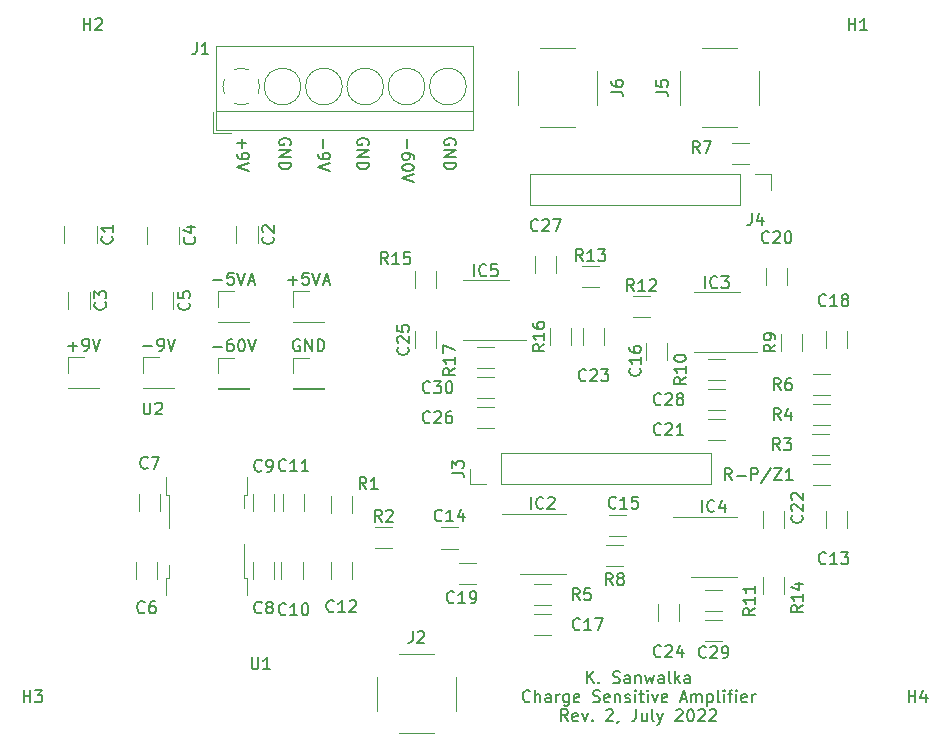
<source format=gbr>
%TF.GenerationSoftware,KiCad,Pcbnew,(6.0.1)*%
%TF.CreationDate,2022-07-28T11:00:42-05:00*%
%TF.ProjectId,proton_detector_amplifier,70726f74-6f6e-45f6-9465-746563746f72,rev?*%
%TF.SameCoordinates,Original*%
%TF.FileFunction,Legend,Top*%
%TF.FilePolarity,Positive*%
%FSLAX46Y46*%
G04 Gerber Fmt 4.6, Leading zero omitted, Abs format (unit mm)*
G04 Created by KiCad (PCBNEW (6.0.1)) date 2022-07-28 11:00:42*
%MOMM*%
%LPD*%
G01*
G04 APERTURE LIST*
%ADD10C,0.150000*%
%ADD11C,0.120000*%
G04 APERTURE END LIST*
D10*
X61968000Y-43434095D02*
X62015619Y-43338857D01*
X62015619Y-43196000D01*
X61968000Y-43053142D01*
X61872761Y-42957904D01*
X61777523Y-42910285D01*
X61587047Y-42862666D01*
X61444190Y-42862666D01*
X61253714Y-42910285D01*
X61158476Y-42957904D01*
X61063238Y-43053142D01*
X61015619Y-43196000D01*
X61015619Y-43291238D01*
X61063238Y-43434095D01*
X61110857Y-43481714D01*
X61444190Y-43481714D01*
X61444190Y-43291238D01*
X61015619Y-43910285D02*
X62015619Y-43910285D01*
X61015619Y-44481714D01*
X62015619Y-44481714D01*
X61015619Y-44957904D02*
X62015619Y-44957904D01*
X62015619Y-45196000D01*
X61968000Y-45338857D01*
X61872761Y-45434095D01*
X61777523Y-45481714D01*
X61587047Y-45529333D01*
X61444190Y-45529333D01*
X61253714Y-45481714D01*
X61158476Y-45434095D01*
X61063238Y-45338857D01*
X61015619Y-45196000D01*
X61015619Y-44957904D01*
X54602000Y-43434095D02*
X54649619Y-43338857D01*
X54649619Y-43196000D01*
X54602000Y-43053142D01*
X54506761Y-42957904D01*
X54411523Y-42910285D01*
X54221047Y-42862666D01*
X54078190Y-42862666D01*
X53887714Y-42910285D01*
X53792476Y-42957904D01*
X53697238Y-43053142D01*
X53649619Y-43196000D01*
X53649619Y-43291238D01*
X53697238Y-43434095D01*
X53744857Y-43481714D01*
X54078190Y-43481714D01*
X54078190Y-43291238D01*
X53649619Y-43910285D02*
X54649619Y-43910285D01*
X53649619Y-44481714D01*
X54649619Y-44481714D01*
X53649619Y-44957904D02*
X54649619Y-44957904D01*
X54649619Y-45196000D01*
X54602000Y-45338857D01*
X54506761Y-45434095D01*
X54411523Y-45481714D01*
X54221047Y-45529333D01*
X54078190Y-45529333D01*
X53887714Y-45481714D01*
X53792476Y-45434095D01*
X53697238Y-45338857D01*
X53649619Y-45196000D01*
X53649619Y-44957904D01*
X47998000Y-43434095D02*
X48045619Y-43338857D01*
X48045619Y-43196000D01*
X47998000Y-43053142D01*
X47902761Y-42957904D01*
X47807523Y-42910285D01*
X47617047Y-42862666D01*
X47474190Y-42862666D01*
X47283714Y-42910285D01*
X47188476Y-42957904D01*
X47093238Y-43053142D01*
X47045619Y-43196000D01*
X47045619Y-43291238D01*
X47093238Y-43434095D01*
X47140857Y-43481714D01*
X47474190Y-43481714D01*
X47474190Y-43291238D01*
X47045619Y-43910285D02*
X48045619Y-43910285D01*
X47045619Y-44481714D01*
X48045619Y-44481714D01*
X47045619Y-44957904D02*
X48045619Y-44957904D01*
X48045619Y-45196000D01*
X47998000Y-45338857D01*
X47902761Y-45434095D01*
X47807523Y-45481714D01*
X47617047Y-45529333D01*
X47474190Y-45529333D01*
X47283714Y-45481714D01*
X47188476Y-45434095D01*
X47093238Y-45338857D01*
X47045619Y-45196000D01*
X47045619Y-44957904D01*
X57840571Y-42942095D02*
X57840571Y-43704000D01*
X58459619Y-44608761D02*
X58459619Y-44418285D01*
X58412000Y-44323047D01*
X58364380Y-44275428D01*
X58221523Y-44180190D01*
X58031047Y-44132571D01*
X57650095Y-44132571D01*
X57554857Y-44180190D01*
X57507238Y-44227809D01*
X57459619Y-44323047D01*
X57459619Y-44513523D01*
X57507238Y-44608761D01*
X57554857Y-44656380D01*
X57650095Y-44704000D01*
X57888190Y-44704000D01*
X57983428Y-44656380D01*
X58031047Y-44608761D01*
X58078666Y-44513523D01*
X58078666Y-44323047D01*
X58031047Y-44227809D01*
X57983428Y-44180190D01*
X57888190Y-44132571D01*
X58459619Y-45323047D02*
X58459619Y-45418285D01*
X58412000Y-45513523D01*
X58364380Y-45561142D01*
X58269142Y-45608761D01*
X58078666Y-45656380D01*
X57840571Y-45656380D01*
X57650095Y-45608761D01*
X57554857Y-45561142D01*
X57507238Y-45513523D01*
X57459619Y-45418285D01*
X57459619Y-45323047D01*
X57507238Y-45227809D01*
X57554857Y-45180190D01*
X57650095Y-45132571D01*
X57840571Y-45084952D01*
X58078666Y-45084952D01*
X58269142Y-45132571D01*
X58364380Y-45180190D01*
X58412000Y-45227809D01*
X58459619Y-45323047D01*
X58459619Y-45942095D02*
X57459619Y-46275428D01*
X58459619Y-46608761D01*
X50728571Y-42910285D02*
X50728571Y-43672190D01*
X50347619Y-44196000D02*
X50347619Y-44386476D01*
X50395238Y-44481714D01*
X50442857Y-44529333D01*
X50585714Y-44624571D01*
X50776190Y-44672190D01*
X51157142Y-44672190D01*
X51252380Y-44624571D01*
X51300000Y-44576952D01*
X51347619Y-44481714D01*
X51347619Y-44291238D01*
X51300000Y-44196000D01*
X51252380Y-44148380D01*
X51157142Y-44100761D01*
X50919047Y-44100761D01*
X50823809Y-44148380D01*
X50776190Y-44196000D01*
X50728571Y-44291238D01*
X50728571Y-44481714D01*
X50776190Y-44576952D01*
X50823809Y-44624571D01*
X50919047Y-44672190D01*
X51347619Y-44957904D02*
X50347619Y-45291238D01*
X51347619Y-45624571D01*
X43870571Y-42910285D02*
X43870571Y-43672190D01*
X43489619Y-43291238D02*
X44251523Y-43291238D01*
X43489619Y-44196000D02*
X43489619Y-44386476D01*
X43537238Y-44481714D01*
X43584857Y-44529333D01*
X43727714Y-44624571D01*
X43918190Y-44672190D01*
X44299142Y-44672190D01*
X44394380Y-44624571D01*
X44442000Y-44576952D01*
X44489619Y-44481714D01*
X44489619Y-44291238D01*
X44442000Y-44196000D01*
X44394380Y-44148380D01*
X44299142Y-44100761D01*
X44061047Y-44100761D01*
X43965809Y-44148380D01*
X43918190Y-44196000D01*
X43870571Y-44291238D01*
X43870571Y-44481714D01*
X43918190Y-44576952D01*
X43965809Y-44624571D01*
X44061047Y-44672190D01*
X44489619Y-44957904D02*
X43489619Y-45291238D01*
X44489619Y-45624571D01*
X73112857Y-89012380D02*
X73112857Y-88012380D01*
X73684285Y-89012380D02*
X73255714Y-88440952D01*
X73684285Y-88012380D02*
X73112857Y-88583809D01*
X74112857Y-88917142D02*
X74160476Y-88964761D01*
X74112857Y-89012380D01*
X74065238Y-88964761D01*
X74112857Y-88917142D01*
X74112857Y-89012380D01*
X75303333Y-88964761D02*
X75446190Y-89012380D01*
X75684285Y-89012380D01*
X75779523Y-88964761D01*
X75827142Y-88917142D01*
X75874761Y-88821904D01*
X75874761Y-88726666D01*
X75827142Y-88631428D01*
X75779523Y-88583809D01*
X75684285Y-88536190D01*
X75493809Y-88488571D01*
X75398571Y-88440952D01*
X75350952Y-88393333D01*
X75303333Y-88298095D01*
X75303333Y-88202857D01*
X75350952Y-88107619D01*
X75398571Y-88060000D01*
X75493809Y-88012380D01*
X75731904Y-88012380D01*
X75874761Y-88060000D01*
X76731904Y-89012380D02*
X76731904Y-88488571D01*
X76684285Y-88393333D01*
X76589047Y-88345714D01*
X76398571Y-88345714D01*
X76303333Y-88393333D01*
X76731904Y-88964761D02*
X76636666Y-89012380D01*
X76398571Y-89012380D01*
X76303333Y-88964761D01*
X76255714Y-88869523D01*
X76255714Y-88774285D01*
X76303333Y-88679047D01*
X76398571Y-88631428D01*
X76636666Y-88631428D01*
X76731904Y-88583809D01*
X77208095Y-88345714D02*
X77208095Y-89012380D01*
X77208095Y-88440952D02*
X77255714Y-88393333D01*
X77350952Y-88345714D01*
X77493809Y-88345714D01*
X77589047Y-88393333D01*
X77636666Y-88488571D01*
X77636666Y-89012380D01*
X78017619Y-88345714D02*
X78208095Y-89012380D01*
X78398571Y-88536190D01*
X78589047Y-89012380D01*
X78779523Y-88345714D01*
X79589047Y-89012380D02*
X79589047Y-88488571D01*
X79541428Y-88393333D01*
X79446190Y-88345714D01*
X79255714Y-88345714D01*
X79160476Y-88393333D01*
X79589047Y-88964761D02*
X79493809Y-89012380D01*
X79255714Y-89012380D01*
X79160476Y-88964761D01*
X79112857Y-88869523D01*
X79112857Y-88774285D01*
X79160476Y-88679047D01*
X79255714Y-88631428D01*
X79493809Y-88631428D01*
X79589047Y-88583809D01*
X80208095Y-89012380D02*
X80112857Y-88964761D01*
X80065238Y-88869523D01*
X80065238Y-88012380D01*
X80589047Y-89012380D02*
X80589047Y-88012380D01*
X80684285Y-88631428D02*
X80970000Y-89012380D01*
X80970000Y-88345714D02*
X80589047Y-88726666D01*
X81827142Y-89012380D02*
X81827142Y-88488571D01*
X81779523Y-88393333D01*
X81684285Y-88345714D01*
X81493809Y-88345714D01*
X81398571Y-88393333D01*
X81827142Y-88964761D02*
X81731904Y-89012380D01*
X81493809Y-89012380D01*
X81398571Y-88964761D01*
X81350952Y-88869523D01*
X81350952Y-88774285D01*
X81398571Y-88679047D01*
X81493809Y-88631428D01*
X81731904Y-88631428D01*
X81827142Y-88583809D01*
X68279523Y-90527142D02*
X68231904Y-90574761D01*
X68089047Y-90622380D01*
X67993809Y-90622380D01*
X67850952Y-90574761D01*
X67755714Y-90479523D01*
X67708095Y-90384285D01*
X67660476Y-90193809D01*
X67660476Y-90050952D01*
X67708095Y-89860476D01*
X67755714Y-89765238D01*
X67850952Y-89670000D01*
X67993809Y-89622380D01*
X68089047Y-89622380D01*
X68231904Y-89670000D01*
X68279523Y-89717619D01*
X68708095Y-90622380D02*
X68708095Y-89622380D01*
X69136666Y-90622380D02*
X69136666Y-90098571D01*
X69089047Y-90003333D01*
X68993809Y-89955714D01*
X68850952Y-89955714D01*
X68755714Y-90003333D01*
X68708095Y-90050952D01*
X70041428Y-90622380D02*
X70041428Y-90098571D01*
X69993809Y-90003333D01*
X69898571Y-89955714D01*
X69708095Y-89955714D01*
X69612857Y-90003333D01*
X70041428Y-90574761D02*
X69946190Y-90622380D01*
X69708095Y-90622380D01*
X69612857Y-90574761D01*
X69565238Y-90479523D01*
X69565238Y-90384285D01*
X69612857Y-90289047D01*
X69708095Y-90241428D01*
X69946190Y-90241428D01*
X70041428Y-90193809D01*
X70517619Y-90622380D02*
X70517619Y-89955714D01*
X70517619Y-90146190D02*
X70565238Y-90050952D01*
X70612857Y-90003333D01*
X70708095Y-89955714D01*
X70803333Y-89955714D01*
X71565238Y-89955714D02*
X71565238Y-90765238D01*
X71517619Y-90860476D01*
X71470000Y-90908095D01*
X71374761Y-90955714D01*
X71231904Y-90955714D01*
X71136666Y-90908095D01*
X71565238Y-90574761D02*
X71470000Y-90622380D01*
X71279523Y-90622380D01*
X71184285Y-90574761D01*
X71136666Y-90527142D01*
X71089047Y-90431904D01*
X71089047Y-90146190D01*
X71136666Y-90050952D01*
X71184285Y-90003333D01*
X71279523Y-89955714D01*
X71470000Y-89955714D01*
X71565238Y-90003333D01*
X72422380Y-90574761D02*
X72327142Y-90622380D01*
X72136666Y-90622380D01*
X72041428Y-90574761D01*
X71993809Y-90479523D01*
X71993809Y-90098571D01*
X72041428Y-90003333D01*
X72136666Y-89955714D01*
X72327142Y-89955714D01*
X72422380Y-90003333D01*
X72470000Y-90098571D01*
X72470000Y-90193809D01*
X71993809Y-90289047D01*
X73612857Y-90574761D02*
X73755714Y-90622380D01*
X73993809Y-90622380D01*
X74089047Y-90574761D01*
X74136666Y-90527142D01*
X74184285Y-90431904D01*
X74184285Y-90336666D01*
X74136666Y-90241428D01*
X74089047Y-90193809D01*
X73993809Y-90146190D01*
X73803333Y-90098571D01*
X73708095Y-90050952D01*
X73660476Y-90003333D01*
X73612857Y-89908095D01*
X73612857Y-89812857D01*
X73660476Y-89717619D01*
X73708095Y-89670000D01*
X73803333Y-89622380D01*
X74041428Y-89622380D01*
X74184285Y-89670000D01*
X74993809Y-90574761D02*
X74898571Y-90622380D01*
X74708095Y-90622380D01*
X74612857Y-90574761D01*
X74565238Y-90479523D01*
X74565238Y-90098571D01*
X74612857Y-90003333D01*
X74708095Y-89955714D01*
X74898571Y-89955714D01*
X74993809Y-90003333D01*
X75041428Y-90098571D01*
X75041428Y-90193809D01*
X74565238Y-90289047D01*
X75470000Y-89955714D02*
X75470000Y-90622380D01*
X75470000Y-90050952D02*
X75517619Y-90003333D01*
X75612857Y-89955714D01*
X75755714Y-89955714D01*
X75850952Y-90003333D01*
X75898571Y-90098571D01*
X75898571Y-90622380D01*
X76327142Y-90574761D02*
X76422380Y-90622380D01*
X76612857Y-90622380D01*
X76708095Y-90574761D01*
X76755714Y-90479523D01*
X76755714Y-90431904D01*
X76708095Y-90336666D01*
X76612857Y-90289047D01*
X76470000Y-90289047D01*
X76374761Y-90241428D01*
X76327142Y-90146190D01*
X76327142Y-90098571D01*
X76374761Y-90003333D01*
X76470000Y-89955714D01*
X76612857Y-89955714D01*
X76708095Y-90003333D01*
X77184285Y-90622380D02*
X77184285Y-89955714D01*
X77184285Y-89622380D02*
X77136666Y-89670000D01*
X77184285Y-89717619D01*
X77231904Y-89670000D01*
X77184285Y-89622380D01*
X77184285Y-89717619D01*
X77517619Y-89955714D02*
X77898571Y-89955714D01*
X77660476Y-89622380D02*
X77660476Y-90479523D01*
X77708095Y-90574761D01*
X77803333Y-90622380D01*
X77898571Y-90622380D01*
X78231904Y-90622380D02*
X78231904Y-89955714D01*
X78231904Y-89622380D02*
X78184285Y-89670000D01*
X78231904Y-89717619D01*
X78279523Y-89670000D01*
X78231904Y-89622380D01*
X78231904Y-89717619D01*
X78612857Y-89955714D02*
X78850952Y-90622380D01*
X79089047Y-89955714D01*
X79850952Y-90574761D02*
X79755714Y-90622380D01*
X79565238Y-90622380D01*
X79470000Y-90574761D01*
X79422380Y-90479523D01*
X79422380Y-90098571D01*
X79470000Y-90003333D01*
X79565238Y-89955714D01*
X79755714Y-89955714D01*
X79850952Y-90003333D01*
X79898571Y-90098571D01*
X79898571Y-90193809D01*
X79422380Y-90289047D01*
X81041428Y-90336666D02*
X81517619Y-90336666D01*
X80946190Y-90622380D02*
X81279523Y-89622380D01*
X81612857Y-90622380D01*
X81946190Y-90622380D02*
X81946190Y-89955714D01*
X81946190Y-90050952D02*
X81993809Y-90003333D01*
X82089047Y-89955714D01*
X82231904Y-89955714D01*
X82327142Y-90003333D01*
X82374761Y-90098571D01*
X82374761Y-90622380D01*
X82374761Y-90098571D02*
X82422380Y-90003333D01*
X82517619Y-89955714D01*
X82660476Y-89955714D01*
X82755714Y-90003333D01*
X82803333Y-90098571D01*
X82803333Y-90622380D01*
X83279523Y-89955714D02*
X83279523Y-90955714D01*
X83279523Y-90003333D02*
X83374761Y-89955714D01*
X83565238Y-89955714D01*
X83660476Y-90003333D01*
X83708095Y-90050952D01*
X83755714Y-90146190D01*
X83755714Y-90431904D01*
X83708095Y-90527142D01*
X83660476Y-90574761D01*
X83565238Y-90622380D01*
X83374761Y-90622380D01*
X83279523Y-90574761D01*
X84327142Y-90622380D02*
X84231904Y-90574761D01*
X84184285Y-90479523D01*
X84184285Y-89622380D01*
X84708095Y-90622380D02*
X84708095Y-89955714D01*
X84708095Y-89622380D02*
X84660476Y-89670000D01*
X84708095Y-89717619D01*
X84755714Y-89670000D01*
X84708095Y-89622380D01*
X84708095Y-89717619D01*
X85041428Y-89955714D02*
X85422380Y-89955714D01*
X85184285Y-90622380D02*
X85184285Y-89765238D01*
X85231904Y-89670000D01*
X85327142Y-89622380D01*
X85422380Y-89622380D01*
X85755714Y-90622380D02*
X85755714Y-89955714D01*
X85755714Y-89622380D02*
X85708095Y-89670000D01*
X85755714Y-89717619D01*
X85803333Y-89670000D01*
X85755714Y-89622380D01*
X85755714Y-89717619D01*
X86612857Y-90574761D02*
X86517619Y-90622380D01*
X86327142Y-90622380D01*
X86231904Y-90574761D01*
X86184285Y-90479523D01*
X86184285Y-90098571D01*
X86231904Y-90003333D01*
X86327142Y-89955714D01*
X86517619Y-89955714D01*
X86612857Y-90003333D01*
X86660476Y-90098571D01*
X86660476Y-90193809D01*
X86184285Y-90289047D01*
X87089047Y-90622380D02*
X87089047Y-89955714D01*
X87089047Y-90146190D02*
X87136666Y-90050952D01*
X87184285Y-90003333D01*
X87279523Y-89955714D01*
X87374761Y-89955714D01*
X71493809Y-92232380D02*
X71160476Y-91756190D01*
X70922380Y-92232380D02*
X70922380Y-91232380D01*
X71303333Y-91232380D01*
X71398571Y-91280000D01*
X71446190Y-91327619D01*
X71493809Y-91422857D01*
X71493809Y-91565714D01*
X71446190Y-91660952D01*
X71398571Y-91708571D01*
X71303333Y-91756190D01*
X70922380Y-91756190D01*
X72303333Y-92184761D02*
X72208095Y-92232380D01*
X72017619Y-92232380D01*
X71922380Y-92184761D01*
X71874761Y-92089523D01*
X71874761Y-91708571D01*
X71922380Y-91613333D01*
X72017619Y-91565714D01*
X72208095Y-91565714D01*
X72303333Y-91613333D01*
X72350952Y-91708571D01*
X72350952Y-91803809D01*
X71874761Y-91899047D01*
X72684285Y-91565714D02*
X72922380Y-92232380D01*
X73160476Y-91565714D01*
X73541428Y-92137142D02*
X73589047Y-92184761D01*
X73541428Y-92232380D01*
X73493809Y-92184761D01*
X73541428Y-92137142D01*
X73541428Y-92232380D01*
X74731904Y-91327619D02*
X74779523Y-91280000D01*
X74874761Y-91232380D01*
X75112857Y-91232380D01*
X75208095Y-91280000D01*
X75255714Y-91327619D01*
X75303333Y-91422857D01*
X75303333Y-91518095D01*
X75255714Y-91660952D01*
X74684285Y-92232380D01*
X75303333Y-92232380D01*
X75779523Y-92184761D02*
X75779523Y-92232380D01*
X75731904Y-92327619D01*
X75684285Y-92375238D01*
X77255714Y-91232380D02*
X77255714Y-91946666D01*
X77208095Y-92089523D01*
X77112857Y-92184761D01*
X76970000Y-92232380D01*
X76874761Y-92232380D01*
X78160476Y-91565714D02*
X78160476Y-92232380D01*
X77731904Y-91565714D02*
X77731904Y-92089523D01*
X77779523Y-92184761D01*
X77874761Y-92232380D01*
X78017619Y-92232380D01*
X78112857Y-92184761D01*
X78160476Y-92137142D01*
X78779523Y-92232380D02*
X78684285Y-92184761D01*
X78636666Y-92089523D01*
X78636666Y-91232380D01*
X79065238Y-91565714D02*
X79303333Y-92232380D01*
X79541428Y-91565714D02*
X79303333Y-92232380D01*
X79208095Y-92470476D01*
X79160476Y-92518095D01*
X79065238Y-92565714D01*
X80636666Y-91327619D02*
X80684285Y-91280000D01*
X80779523Y-91232380D01*
X81017619Y-91232380D01*
X81112857Y-91280000D01*
X81160476Y-91327619D01*
X81208095Y-91422857D01*
X81208095Y-91518095D01*
X81160476Y-91660952D01*
X80589047Y-92232380D01*
X81208095Y-92232380D01*
X81827142Y-91232380D02*
X81922380Y-91232380D01*
X82017619Y-91280000D01*
X82065238Y-91327619D01*
X82112857Y-91422857D01*
X82160476Y-91613333D01*
X82160476Y-91851428D01*
X82112857Y-92041904D01*
X82065238Y-92137142D01*
X82017619Y-92184761D01*
X81922380Y-92232380D01*
X81827142Y-92232380D01*
X81731904Y-92184761D01*
X81684285Y-92137142D01*
X81636666Y-92041904D01*
X81589047Y-91851428D01*
X81589047Y-91613333D01*
X81636666Y-91422857D01*
X81684285Y-91327619D01*
X81731904Y-91280000D01*
X81827142Y-91232380D01*
X82541428Y-91327619D02*
X82589047Y-91280000D01*
X82684285Y-91232380D01*
X82922380Y-91232380D01*
X83017619Y-91280000D01*
X83065238Y-91327619D01*
X83112857Y-91422857D01*
X83112857Y-91518095D01*
X83065238Y-91660952D01*
X82493809Y-92232380D01*
X83112857Y-92232380D01*
X83493809Y-91327619D02*
X83541428Y-91280000D01*
X83636666Y-91232380D01*
X83874761Y-91232380D01*
X83970000Y-91280000D01*
X84017619Y-91327619D01*
X84065238Y-91422857D01*
X84065238Y-91518095D01*
X84017619Y-91660952D01*
X83446190Y-92232380D01*
X84065238Y-92232380D01*
%TO.C,C26*%
X59809142Y-66905142D02*
X59761523Y-66952761D01*
X59618666Y-67000380D01*
X59523428Y-67000380D01*
X59380571Y-66952761D01*
X59285333Y-66857523D01*
X59237714Y-66762285D01*
X59190095Y-66571809D01*
X59190095Y-66428952D01*
X59237714Y-66238476D01*
X59285333Y-66143238D01*
X59380571Y-66048000D01*
X59523428Y-66000380D01*
X59618666Y-66000380D01*
X59761523Y-66048000D01*
X59809142Y-66095619D01*
X60190095Y-66095619D02*
X60237714Y-66048000D01*
X60332952Y-66000380D01*
X60571047Y-66000380D01*
X60666285Y-66048000D01*
X60713904Y-66095619D01*
X60761523Y-66190857D01*
X60761523Y-66286095D01*
X60713904Y-66428952D01*
X60142476Y-67000380D01*
X60761523Y-67000380D01*
X61618666Y-66000380D02*
X61428190Y-66000380D01*
X61332952Y-66048000D01*
X61285333Y-66095619D01*
X61190095Y-66238476D01*
X61142476Y-66428952D01*
X61142476Y-66809904D01*
X61190095Y-66905142D01*
X61237714Y-66952761D01*
X61332952Y-67000380D01*
X61523428Y-67000380D01*
X61618666Y-66952761D01*
X61666285Y-66905142D01*
X61713904Y-66809904D01*
X61713904Y-66571809D01*
X61666285Y-66476571D01*
X61618666Y-66428952D01*
X61523428Y-66381333D01*
X61332952Y-66381333D01*
X61237714Y-66428952D01*
X61190095Y-66476571D01*
X61142476Y-66571809D01*
%TO.C,R6*%
X89495333Y-64206380D02*
X89162000Y-63730190D01*
X88923904Y-64206380D02*
X88923904Y-63206380D01*
X89304857Y-63206380D01*
X89400095Y-63254000D01*
X89447714Y-63301619D01*
X89495333Y-63396857D01*
X89495333Y-63539714D01*
X89447714Y-63634952D01*
X89400095Y-63682571D01*
X89304857Y-63730190D01*
X88923904Y-63730190D01*
X90352476Y-63206380D02*
X90162000Y-63206380D01*
X90066761Y-63254000D01*
X90019142Y-63301619D01*
X89923904Y-63444476D01*
X89876285Y-63634952D01*
X89876285Y-64015904D01*
X89923904Y-64111142D01*
X89971523Y-64158761D01*
X90066761Y-64206380D01*
X90257238Y-64206380D01*
X90352476Y-64158761D01*
X90400095Y-64111142D01*
X90447714Y-64015904D01*
X90447714Y-63777809D01*
X90400095Y-63682571D01*
X90352476Y-63634952D01*
X90257238Y-63587333D01*
X90066761Y-63587333D01*
X89971523Y-63634952D01*
X89923904Y-63682571D01*
X89876285Y-63777809D01*
%TO.C,C21*%
X79367142Y-67921142D02*
X79319523Y-67968761D01*
X79176666Y-68016380D01*
X79081428Y-68016380D01*
X78938571Y-67968761D01*
X78843333Y-67873523D01*
X78795714Y-67778285D01*
X78748095Y-67587809D01*
X78748095Y-67444952D01*
X78795714Y-67254476D01*
X78843333Y-67159238D01*
X78938571Y-67064000D01*
X79081428Y-67016380D01*
X79176666Y-67016380D01*
X79319523Y-67064000D01*
X79367142Y-67111619D01*
X79748095Y-67111619D02*
X79795714Y-67064000D01*
X79890952Y-67016380D01*
X80129047Y-67016380D01*
X80224285Y-67064000D01*
X80271904Y-67111619D01*
X80319523Y-67206857D01*
X80319523Y-67302095D01*
X80271904Y-67444952D01*
X79700476Y-68016380D01*
X80319523Y-68016380D01*
X81271904Y-68016380D02*
X80700476Y-68016380D01*
X80986190Y-68016380D02*
X80986190Y-67016380D01*
X80890952Y-67159238D01*
X80795714Y-67254476D01*
X80700476Y-67302095D01*
%TO.C,C20*%
X88511142Y-51665142D02*
X88463523Y-51712761D01*
X88320666Y-51760380D01*
X88225428Y-51760380D01*
X88082571Y-51712761D01*
X87987333Y-51617523D01*
X87939714Y-51522285D01*
X87892095Y-51331809D01*
X87892095Y-51188952D01*
X87939714Y-50998476D01*
X87987333Y-50903238D01*
X88082571Y-50808000D01*
X88225428Y-50760380D01*
X88320666Y-50760380D01*
X88463523Y-50808000D01*
X88511142Y-50855619D01*
X88892095Y-50855619D02*
X88939714Y-50808000D01*
X89034952Y-50760380D01*
X89273047Y-50760380D01*
X89368285Y-50808000D01*
X89415904Y-50855619D01*
X89463523Y-50950857D01*
X89463523Y-51046095D01*
X89415904Y-51188952D01*
X88844476Y-51760380D01*
X89463523Y-51760380D01*
X90082571Y-50760380D02*
X90177809Y-50760380D01*
X90273047Y-50808000D01*
X90320666Y-50855619D01*
X90368285Y-50950857D01*
X90415904Y-51141333D01*
X90415904Y-51379428D01*
X90368285Y-51569904D01*
X90320666Y-51665142D01*
X90273047Y-51712761D01*
X90177809Y-51760380D01*
X90082571Y-51760380D01*
X89987333Y-51712761D01*
X89939714Y-51665142D01*
X89892095Y-51569904D01*
X89844476Y-51379428D01*
X89844476Y-51141333D01*
X89892095Y-50950857D01*
X89939714Y-50855619D01*
X89987333Y-50808000D01*
X90082571Y-50760380D01*
%TO.C,IC2*%
X68365809Y-74268380D02*
X68365809Y-73268380D01*
X69413428Y-74173142D02*
X69365809Y-74220761D01*
X69222952Y-74268380D01*
X69127714Y-74268380D01*
X68984857Y-74220761D01*
X68889619Y-74125523D01*
X68842000Y-74030285D01*
X68794380Y-73839809D01*
X68794380Y-73696952D01*
X68842000Y-73506476D01*
X68889619Y-73411238D01*
X68984857Y-73316000D01*
X69127714Y-73268380D01*
X69222952Y-73268380D01*
X69365809Y-73316000D01*
X69413428Y-73363619D01*
X69794380Y-73363619D02*
X69842000Y-73316000D01*
X69937238Y-73268380D01*
X70175333Y-73268380D01*
X70270571Y-73316000D01*
X70318190Y-73363619D01*
X70365809Y-73458857D01*
X70365809Y-73554095D01*
X70318190Y-73696952D01*
X69746761Y-74268380D01*
X70365809Y-74268380D01*
%TO.C,R16*%
X69498380Y-60332857D02*
X69022190Y-60666190D01*
X69498380Y-60904285D02*
X68498380Y-60904285D01*
X68498380Y-60523333D01*
X68546000Y-60428095D01*
X68593619Y-60380476D01*
X68688857Y-60332857D01*
X68831714Y-60332857D01*
X68926952Y-60380476D01*
X68974571Y-60428095D01*
X69022190Y-60523333D01*
X69022190Y-60904285D01*
X69498380Y-59380476D02*
X69498380Y-59951904D01*
X69498380Y-59666190D02*
X68498380Y-59666190D01*
X68641238Y-59761428D01*
X68736476Y-59856666D01*
X68784095Y-59951904D01*
X68498380Y-58523333D02*
X68498380Y-58713809D01*
X68546000Y-58809047D01*
X68593619Y-58856666D01*
X68736476Y-58951904D01*
X68926952Y-58999523D01*
X69307904Y-58999523D01*
X69403142Y-58951904D01*
X69450761Y-58904285D01*
X69498380Y-58809047D01*
X69498380Y-58618571D01*
X69450761Y-58523333D01*
X69403142Y-58475714D01*
X69307904Y-58428095D01*
X69069809Y-58428095D01*
X68974571Y-58475714D01*
X68926952Y-58523333D01*
X68879333Y-58618571D01*
X68879333Y-58809047D01*
X68926952Y-58904285D01*
X68974571Y-58951904D01*
X69069809Y-58999523D01*
%TO.C,U1*%
X44704095Y-86828380D02*
X44704095Y-87637904D01*
X44751714Y-87733142D01*
X44799333Y-87780761D01*
X44894571Y-87828380D01*
X45085047Y-87828380D01*
X45180285Y-87780761D01*
X45227904Y-87733142D01*
X45275523Y-87637904D01*
X45275523Y-86828380D01*
X46275523Y-87828380D02*
X45704095Y-87828380D01*
X45989809Y-87828380D02*
X45989809Y-86828380D01*
X45894571Y-86971238D01*
X45799333Y-87066476D01*
X45704095Y-87114095D01*
%TO.C,R13*%
X72763142Y-53284380D02*
X72429809Y-52808190D01*
X72191714Y-53284380D02*
X72191714Y-52284380D01*
X72572666Y-52284380D01*
X72667904Y-52332000D01*
X72715523Y-52379619D01*
X72763142Y-52474857D01*
X72763142Y-52617714D01*
X72715523Y-52712952D01*
X72667904Y-52760571D01*
X72572666Y-52808190D01*
X72191714Y-52808190D01*
X73715523Y-53284380D02*
X73144095Y-53284380D01*
X73429809Y-53284380D02*
X73429809Y-52284380D01*
X73334571Y-52427238D01*
X73239333Y-52522476D01*
X73144095Y-52570095D01*
X74048857Y-52284380D02*
X74667904Y-52284380D01*
X74334571Y-52665333D01*
X74477428Y-52665333D01*
X74572666Y-52712952D01*
X74620285Y-52760571D01*
X74667904Y-52855809D01*
X74667904Y-53093904D01*
X74620285Y-53189142D01*
X74572666Y-53236761D01*
X74477428Y-53284380D01*
X74191714Y-53284380D01*
X74096476Y-53236761D01*
X74048857Y-53189142D01*
%TO.C,C10*%
X47617142Y-83161142D02*
X47569523Y-83208761D01*
X47426666Y-83256380D01*
X47331428Y-83256380D01*
X47188571Y-83208761D01*
X47093333Y-83113523D01*
X47045714Y-83018285D01*
X46998095Y-82827809D01*
X46998095Y-82684952D01*
X47045714Y-82494476D01*
X47093333Y-82399238D01*
X47188571Y-82304000D01*
X47331428Y-82256380D01*
X47426666Y-82256380D01*
X47569523Y-82304000D01*
X47617142Y-82351619D01*
X48569523Y-83256380D02*
X47998095Y-83256380D01*
X48283809Y-83256380D02*
X48283809Y-82256380D01*
X48188571Y-82399238D01*
X48093333Y-82494476D01*
X47998095Y-82542095D01*
X49188571Y-82256380D02*
X49283809Y-82256380D01*
X49379047Y-82304000D01*
X49426666Y-82351619D01*
X49474285Y-82446857D01*
X49521904Y-82637333D01*
X49521904Y-82875428D01*
X49474285Y-83065904D01*
X49426666Y-83161142D01*
X49379047Y-83208761D01*
X49283809Y-83256380D01*
X49188571Y-83256380D01*
X49093333Y-83208761D01*
X49045714Y-83161142D01*
X48998095Y-83065904D01*
X48950476Y-82875428D01*
X48950476Y-82637333D01*
X48998095Y-82446857D01*
X49045714Y-82351619D01*
X49093333Y-82304000D01*
X49188571Y-82256380D01*
%TO.C,R15*%
X56253142Y-53538380D02*
X55919809Y-53062190D01*
X55681714Y-53538380D02*
X55681714Y-52538380D01*
X56062666Y-52538380D01*
X56157904Y-52586000D01*
X56205523Y-52633619D01*
X56253142Y-52728857D01*
X56253142Y-52871714D01*
X56205523Y-52966952D01*
X56157904Y-53014571D01*
X56062666Y-53062190D01*
X55681714Y-53062190D01*
X57205523Y-53538380D02*
X56634095Y-53538380D01*
X56919809Y-53538380D02*
X56919809Y-52538380D01*
X56824571Y-52681238D01*
X56729333Y-52776476D01*
X56634095Y-52824095D01*
X58110285Y-52538380D02*
X57634095Y-52538380D01*
X57586476Y-53014571D01*
X57634095Y-52966952D01*
X57729333Y-52919333D01*
X57967428Y-52919333D01*
X58062666Y-52966952D01*
X58110285Y-53014571D01*
X58157904Y-53109809D01*
X58157904Y-53347904D01*
X58110285Y-53443142D01*
X58062666Y-53490761D01*
X57967428Y-53538380D01*
X57729333Y-53538380D01*
X57634095Y-53490761D01*
X57586476Y-53443142D01*
%TO.C,H2*%
X30480095Y-33726380D02*
X30480095Y-32726380D01*
X30480095Y-33202571D02*
X31051523Y-33202571D01*
X31051523Y-33726380D02*
X31051523Y-32726380D01*
X31480095Y-32821619D02*
X31527714Y-32774000D01*
X31622952Y-32726380D01*
X31861047Y-32726380D01*
X31956285Y-32774000D01*
X32003904Y-32821619D01*
X32051523Y-32916857D01*
X32051523Y-33012095D01*
X32003904Y-33154952D01*
X31432476Y-33726380D01*
X32051523Y-33726380D01*
%TO.C,R4*%
X89495333Y-66746380D02*
X89162000Y-66270190D01*
X88923904Y-66746380D02*
X88923904Y-65746380D01*
X89304857Y-65746380D01*
X89400095Y-65794000D01*
X89447714Y-65841619D01*
X89495333Y-65936857D01*
X89495333Y-66079714D01*
X89447714Y-66174952D01*
X89400095Y-66222571D01*
X89304857Y-66270190D01*
X88923904Y-66270190D01*
X90352476Y-66079714D02*
X90352476Y-66746380D01*
X90114380Y-65698761D02*
X89876285Y-66413047D01*
X90495333Y-66413047D01*
%TO.C,R9*%
X89056380Y-60364666D02*
X88580190Y-60698000D01*
X89056380Y-60936095D02*
X88056380Y-60936095D01*
X88056380Y-60555142D01*
X88104000Y-60459904D01*
X88151619Y-60412285D01*
X88246857Y-60364666D01*
X88389714Y-60364666D01*
X88484952Y-60412285D01*
X88532571Y-60459904D01*
X88580190Y-60555142D01*
X88580190Y-60936095D01*
X89056380Y-59888476D02*
X89056380Y-59698000D01*
X89008761Y-59602761D01*
X88961142Y-59555142D01*
X88818285Y-59459904D01*
X88627809Y-59412285D01*
X88246857Y-59412285D01*
X88151619Y-59459904D01*
X88104000Y-59507523D01*
X88056380Y-59602761D01*
X88056380Y-59793238D01*
X88104000Y-59888476D01*
X88151619Y-59936095D01*
X88246857Y-59983714D01*
X88484952Y-59983714D01*
X88580190Y-59936095D01*
X88627809Y-59888476D01*
X88675428Y-59793238D01*
X88675428Y-59602761D01*
X88627809Y-59507523D01*
X88580190Y-59459904D01*
X88484952Y-59412285D01*
%TO.C,+9V*%
X29194285Y-60479428D02*
X29956190Y-60479428D01*
X29575238Y-60860380D02*
X29575238Y-60098476D01*
X30480000Y-60860380D02*
X30670476Y-60860380D01*
X30765714Y-60812761D01*
X30813333Y-60765142D01*
X30908571Y-60622285D01*
X30956190Y-60431809D01*
X30956190Y-60050857D01*
X30908571Y-59955619D01*
X30860952Y-59908000D01*
X30765714Y-59860380D01*
X30575238Y-59860380D01*
X30480000Y-59908000D01*
X30432380Y-59955619D01*
X30384761Y-60050857D01*
X30384761Y-60288952D01*
X30432380Y-60384190D01*
X30480000Y-60431809D01*
X30575238Y-60479428D01*
X30765714Y-60479428D01*
X30860952Y-60431809D01*
X30908571Y-60384190D01*
X30956190Y-60288952D01*
X31241904Y-59860380D02*
X31575238Y-60860380D01*
X31908571Y-59860380D01*
%TO.C,J2*%
X58340666Y-84618380D02*
X58340666Y-85332666D01*
X58293047Y-85475523D01*
X58197809Y-85570761D01*
X58054952Y-85618380D01*
X57959714Y-85618380D01*
X58769238Y-84713619D02*
X58816857Y-84666000D01*
X58912095Y-84618380D01*
X59150190Y-84618380D01*
X59245428Y-84666000D01*
X59293047Y-84713619D01*
X59340666Y-84808857D01*
X59340666Y-84904095D01*
X59293047Y-85046952D01*
X58721619Y-85618380D01*
X59340666Y-85618380D01*
%TO.C,-60V*%
X41418095Y-60527428D02*
X42180000Y-60527428D01*
X43084761Y-59908380D02*
X42894285Y-59908380D01*
X42799047Y-59956000D01*
X42751428Y-60003619D01*
X42656190Y-60146476D01*
X42608571Y-60336952D01*
X42608571Y-60717904D01*
X42656190Y-60813142D01*
X42703809Y-60860761D01*
X42799047Y-60908380D01*
X42989523Y-60908380D01*
X43084761Y-60860761D01*
X43132380Y-60813142D01*
X43180000Y-60717904D01*
X43180000Y-60479809D01*
X43132380Y-60384571D01*
X43084761Y-60336952D01*
X42989523Y-60289333D01*
X42799047Y-60289333D01*
X42703809Y-60336952D01*
X42656190Y-60384571D01*
X42608571Y-60479809D01*
X43799047Y-59908380D02*
X43894285Y-59908380D01*
X43989523Y-59956000D01*
X44037142Y-60003619D01*
X44084761Y-60098857D01*
X44132380Y-60289333D01*
X44132380Y-60527428D01*
X44084761Y-60717904D01*
X44037142Y-60813142D01*
X43989523Y-60860761D01*
X43894285Y-60908380D01*
X43799047Y-60908380D01*
X43703809Y-60860761D01*
X43656190Y-60813142D01*
X43608571Y-60717904D01*
X43560952Y-60527428D01*
X43560952Y-60289333D01*
X43608571Y-60098857D01*
X43656190Y-60003619D01*
X43703809Y-59956000D01*
X43799047Y-59908380D01*
X44418095Y-59908380D02*
X44751428Y-60908380D01*
X45084761Y-59908380D01*
%TO.C,C27*%
X68953142Y-50649142D02*
X68905523Y-50696761D01*
X68762666Y-50744380D01*
X68667428Y-50744380D01*
X68524571Y-50696761D01*
X68429333Y-50601523D01*
X68381714Y-50506285D01*
X68334095Y-50315809D01*
X68334095Y-50172952D01*
X68381714Y-49982476D01*
X68429333Y-49887238D01*
X68524571Y-49792000D01*
X68667428Y-49744380D01*
X68762666Y-49744380D01*
X68905523Y-49792000D01*
X68953142Y-49839619D01*
X69334095Y-49839619D02*
X69381714Y-49792000D01*
X69476952Y-49744380D01*
X69715047Y-49744380D01*
X69810285Y-49792000D01*
X69857904Y-49839619D01*
X69905523Y-49934857D01*
X69905523Y-50030095D01*
X69857904Y-50172952D01*
X69286476Y-50744380D01*
X69905523Y-50744380D01*
X70238857Y-49744380D02*
X70905523Y-49744380D01*
X70476952Y-50744380D01*
%TO.C,IC4*%
X82843809Y-74522380D02*
X82843809Y-73522380D01*
X83891428Y-74427142D02*
X83843809Y-74474761D01*
X83700952Y-74522380D01*
X83605714Y-74522380D01*
X83462857Y-74474761D01*
X83367619Y-74379523D01*
X83320000Y-74284285D01*
X83272380Y-74093809D01*
X83272380Y-73950952D01*
X83320000Y-73760476D01*
X83367619Y-73665238D01*
X83462857Y-73570000D01*
X83605714Y-73522380D01*
X83700952Y-73522380D01*
X83843809Y-73570000D01*
X83891428Y-73617619D01*
X84748571Y-73855714D02*
X84748571Y-74522380D01*
X84510476Y-73474761D02*
X84272380Y-74189047D01*
X84891428Y-74189047D01*
%TO.C,R7*%
X82637333Y-44140380D02*
X82304000Y-43664190D01*
X82065904Y-44140380D02*
X82065904Y-43140380D01*
X82446857Y-43140380D01*
X82542095Y-43188000D01*
X82589714Y-43235619D01*
X82637333Y-43330857D01*
X82637333Y-43473714D01*
X82589714Y-43568952D01*
X82542095Y-43616571D01*
X82446857Y-43664190D01*
X82065904Y-43664190D01*
X82970666Y-43140380D02*
X83637333Y-43140380D01*
X83208761Y-44140380D01*
%TO.C,-5VA*%
X41465714Y-54891428D02*
X42227619Y-54891428D01*
X43180000Y-54272380D02*
X42703809Y-54272380D01*
X42656190Y-54748571D01*
X42703809Y-54700952D01*
X42799047Y-54653333D01*
X43037142Y-54653333D01*
X43132380Y-54700952D01*
X43180000Y-54748571D01*
X43227619Y-54843809D01*
X43227619Y-55081904D01*
X43180000Y-55177142D01*
X43132380Y-55224761D01*
X43037142Y-55272380D01*
X42799047Y-55272380D01*
X42703809Y-55224761D01*
X42656190Y-55177142D01*
X43513333Y-54272380D02*
X43846666Y-55272380D01*
X44180000Y-54272380D01*
X44465714Y-54986666D02*
X44941904Y-54986666D01*
X44370476Y-55272380D02*
X44703809Y-54272380D01*
X45037142Y-55272380D01*
%TO.C,H4*%
X100330095Y-90622380D02*
X100330095Y-89622380D01*
X100330095Y-90098571D02*
X100901523Y-90098571D01*
X100901523Y-90622380D02*
X100901523Y-89622380D01*
X101806285Y-89955714D02*
X101806285Y-90622380D01*
X101568190Y-89574761D02*
X101330095Y-90289047D01*
X101949142Y-90289047D01*
%TO.C,R-P/Z1*%
X85344285Y-71826380D02*
X85010952Y-71350190D01*
X84772857Y-71826380D02*
X84772857Y-70826380D01*
X85153809Y-70826380D01*
X85249047Y-70874000D01*
X85296666Y-70921619D01*
X85344285Y-71016857D01*
X85344285Y-71159714D01*
X85296666Y-71254952D01*
X85249047Y-71302571D01*
X85153809Y-71350190D01*
X84772857Y-71350190D01*
X85772857Y-71445428D02*
X86534761Y-71445428D01*
X87010952Y-71826380D02*
X87010952Y-70826380D01*
X87391904Y-70826380D01*
X87487142Y-70874000D01*
X87534761Y-70921619D01*
X87582380Y-71016857D01*
X87582380Y-71159714D01*
X87534761Y-71254952D01*
X87487142Y-71302571D01*
X87391904Y-71350190D01*
X87010952Y-71350190D01*
X88725238Y-70778761D02*
X87868095Y-72064476D01*
X88963333Y-70826380D02*
X89630000Y-70826380D01*
X88963333Y-71826380D01*
X89630000Y-71826380D01*
X90534761Y-71826380D02*
X89963333Y-71826380D01*
X90249047Y-71826380D02*
X90249047Y-70826380D01*
X90153809Y-70969238D01*
X90058571Y-71064476D01*
X89963333Y-71112095D01*
%TO.C,U2*%
X35562095Y-65273380D02*
X35562095Y-66082904D01*
X35609714Y-66178142D01*
X35657333Y-66225761D01*
X35752571Y-66273380D01*
X35943047Y-66273380D01*
X36038285Y-66225761D01*
X36085904Y-66178142D01*
X36133523Y-66082904D01*
X36133523Y-65273380D01*
X36562095Y-65368619D02*
X36609714Y-65321000D01*
X36704952Y-65273380D01*
X36943047Y-65273380D01*
X37038285Y-65321000D01*
X37085904Y-65368619D01*
X37133523Y-65463857D01*
X37133523Y-65559095D01*
X37085904Y-65701952D01*
X36514476Y-66273380D01*
X37133523Y-66273380D01*
%TO.C,C18*%
X93337142Y-56999142D02*
X93289523Y-57046761D01*
X93146666Y-57094380D01*
X93051428Y-57094380D01*
X92908571Y-57046761D01*
X92813333Y-56951523D01*
X92765714Y-56856285D01*
X92718095Y-56665809D01*
X92718095Y-56522952D01*
X92765714Y-56332476D01*
X92813333Y-56237238D01*
X92908571Y-56142000D01*
X93051428Y-56094380D01*
X93146666Y-56094380D01*
X93289523Y-56142000D01*
X93337142Y-56189619D01*
X94289523Y-57094380D02*
X93718095Y-57094380D01*
X94003809Y-57094380D02*
X94003809Y-56094380D01*
X93908571Y-56237238D01*
X93813333Y-56332476D01*
X93718095Y-56380095D01*
X94860952Y-56522952D02*
X94765714Y-56475333D01*
X94718095Y-56427714D01*
X94670476Y-56332476D01*
X94670476Y-56284857D01*
X94718095Y-56189619D01*
X94765714Y-56142000D01*
X94860952Y-56094380D01*
X95051428Y-56094380D01*
X95146666Y-56142000D01*
X95194285Y-56189619D01*
X95241904Y-56284857D01*
X95241904Y-56332476D01*
X95194285Y-56427714D01*
X95146666Y-56475333D01*
X95051428Y-56522952D01*
X94860952Y-56522952D01*
X94765714Y-56570571D01*
X94718095Y-56618190D01*
X94670476Y-56713428D01*
X94670476Y-56903904D01*
X94718095Y-56999142D01*
X94765714Y-57046761D01*
X94860952Y-57094380D01*
X95051428Y-57094380D01*
X95146666Y-57046761D01*
X95194285Y-56999142D01*
X95241904Y-56903904D01*
X95241904Y-56713428D01*
X95194285Y-56618190D01*
X95146666Y-56570571D01*
X95051428Y-56522952D01*
%TO.C,-9V*%
X35544285Y-60479428D02*
X36306190Y-60479428D01*
X36830000Y-60860380D02*
X37020476Y-60860380D01*
X37115714Y-60812761D01*
X37163333Y-60765142D01*
X37258571Y-60622285D01*
X37306190Y-60431809D01*
X37306190Y-60050857D01*
X37258571Y-59955619D01*
X37210952Y-59908000D01*
X37115714Y-59860380D01*
X36925238Y-59860380D01*
X36830000Y-59908000D01*
X36782380Y-59955619D01*
X36734761Y-60050857D01*
X36734761Y-60288952D01*
X36782380Y-60384190D01*
X36830000Y-60431809D01*
X36925238Y-60479428D01*
X37115714Y-60479428D01*
X37210952Y-60431809D01*
X37258571Y-60384190D01*
X37306190Y-60288952D01*
X37591904Y-59860380D02*
X37925238Y-60860380D01*
X38258571Y-59860380D01*
%TO.C,C11*%
X47617142Y-70969142D02*
X47569523Y-71016761D01*
X47426666Y-71064380D01*
X47331428Y-71064380D01*
X47188571Y-71016761D01*
X47093333Y-70921523D01*
X47045714Y-70826285D01*
X46998095Y-70635809D01*
X46998095Y-70492952D01*
X47045714Y-70302476D01*
X47093333Y-70207238D01*
X47188571Y-70112000D01*
X47331428Y-70064380D01*
X47426666Y-70064380D01*
X47569523Y-70112000D01*
X47617142Y-70159619D01*
X48569523Y-71064380D02*
X47998095Y-71064380D01*
X48283809Y-71064380D02*
X48283809Y-70064380D01*
X48188571Y-70207238D01*
X48093333Y-70302476D01*
X47998095Y-70350095D01*
X49521904Y-71064380D02*
X48950476Y-71064380D01*
X49236190Y-71064380D02*
X49236190Y-70064380D01*
X49140952Y-70207238D01*
X49045714Y-70302476D01*
X48950476Y-70350095D01*
%TO.C,R8*%
X75271333Y-80716380D02*
X74938000Y-80240190D01*
X74699904Y-80716380D02*
X74699904Y-79716380D01*
X75080857Y-79716380D01*
X75176095Y-79764000D01*
X75223714Y-79811619D01*
X75271333Y-79906857D01*
X75271333Y-80049714D01*
X75223714Y-80144952D01*
X75176095Y-80192571D01*
X75080857Y-80240190D01*
X74699904Y-80240190D01*
X75842761Y-80144952D02*
X75747523Y-80097333D01*
X75699904Y-80049714D01*
X75652285Y-79954476D01*
X75652285Y-79906857D01*
X75699904Y-79811619D01*
X75747523Y-79764000D01*
X75842761Y-79716380D01*
X76033238Y-79716380D01*
X76128476Y-79764000D01*
X76176095Y-79811619D01*
X76223714Y-79906857D01*
X76223714Y-79954476D01*
X76176095Y-80049714D01*
X76128476Y-80097333D01*
X76033238Y-80144952D01*
X75842761Y-80144952D01*
X75747523Y-80192571D01*
X75699904Y-80240190D01*
X75652285Y-80335428D01*
X75652285Y-80525904D01*
X75699904Y-80621142D01*
X75747523Y-80668761D01*
X75842761Y-80716380D01*
X76033238Y-80716380D01*
X76128476Y-80668761D01*
X76176095Y-80621142D01*
X76223714Y-80525904D01*
X76223714Y-80335428D01*
X76176095Y-80240190D01*
X76128476Y-80192571D01*
X76033238Y-80144952D01*
%TO.C,IC3*%
X83097809Y-55570380D02*
X83097809Y-54570380D01*
X84145428Y-55475142D02*
X84097809Y-55522761D01*
X83954952Y-55570380D01*
X83859714Y-55570380D01*
X83716857Y-55522761D01*
X83621619Y-55427523D01*
X83574000Y-55332285D01*
X83526380Y-55141809D01*
X83526380Y-54998952D01*
X83574000Y-54808476D01*
X83621619Y-54713238D01*
X83716857Y-54618000D01*
X83859714Y-54570380D01*
X83954952Y-54570380D01*
X84097809Y-54618000D01*
X84145428Y-54665619D01*
X84478761Y-54570380D02*
X85097809Y-54570380D01*
X84764476Y-54951333D01*
X84907333Y-54951333D01*
X85002571Y-54998952D01*
X85050190Y-55046571D01*
X85097809Y-55141809D01*
X85097809Y-55379904D01*
X85050190Y-55475142D01*
X85002571Y-55522761D01*
X84907333Y-55570380D01*
X84621619Y-55570380D01*
X84526380Y-55522761D01*
X84478761Y-55475142D01*
%TO.C,C3*%
X32293142Y-56770166D02*
X32340761Y-56817785D01*
X32388380Y-56960642D01*
X32388380Y-57055880D01*
X32340761Y-57198738D01*
X32245523Y-57293976D01*
X32150285Y-57341595D01*
X31959809Y-57389214D01*
X31816952Y-57389214D01*
X31626476Y-57341595D01*
X31531238Y-57293976D01*
X31436000Y-57198738D01*
X31388380Y-57055880D01*
X31388380Y-56960642D01*
X31436000Y-56817785D01*
X31483619Y-56770166D01*
X31388380Y-56436833D02*
X31388380Y-55817785D01*
X31769333Y-56151119D01*
X31769333Y-56008261D01*
X31816952Y-55913023D01*
X31864571Y-55865404D01*
X31959809Y-55817785D01*
X32197904Y-55817785D01*
X32293142Y-55865404D01*
X32340761Y-55913023D01*
X32388380Y-56008261D01*
X32388380Y-56293976D01*
X32340761Y-56389214D01*
X32293142Y-56436833D01*
%TO.C,C28*%
X79367142Y-65381142D02*
X79319523Y-65428761D01*
X79176666Y-65476380D01*
X79081428Y-65476380D01*
X78938571Y-65428761D01*
X78843333Y-65333523D01*
X78795714Y-65238285D01*
X78748095Y-65047809D01*
X78748095Y-64904952D01*
X78795714Y-64714476D01*
X78843333Y-64619238D01*
X78938571Y-64524000D01*
X79081428Y-64476380D01*
X79176666Y-64476380D01*
X79319523Y-64524000D01*
X79367142Y-64571619D01*
X79748095Y-64571619D02*
X79795714Y-64524000D01*
X79890952Y-64476380D01*
X80129047Y-64476380D01*
X80224285Y-64524000D01*
X80271904Y-64571619D01*
X80319523Y-64666857D01*
X80319523Y-64762095D01*
X80271904Y-64904952D01*
X79700476Y-65476380D01*
X80319523Y-65476380D01*
X80890952Y-64904952D02*
X80795714Y-64857333D01*
X80748095Y-64809714D01*
X80700476Y-64714476D01*
X80700476Y-64666857D01*
X80748095Y-64571619D01*
X80795714Y-64524000D01*
X80890952Y-64476380D01*
X81081428Y-64476380D01*
X81176666Y-64524000D01*
X81224285Y-64571619D01*
X81271904Y-64666857D01*
X81271904Y-64714476D01*
X81224285Y-64809714D01*
X81176666Y-64857333D01*
X81081428Y-64904952D01*
X80890952Y-64904952D01*
X80795714Y-64952571D01*
X80748095Y-65000190D01*
X80700476Y-65095428D01*
X80700476Y-65285904D01*
X80748095Y-65381142D01*
X80795714Y-65428761D01*
X80890952Y-65476380D01*
X81081428Y-65476380D01*
X81176666Y-65428761D01*
X81224285Y-65381142D01*
X81271904Y-65285904D01*
X81271904Y-65095428D01*
X81224285Y-65000190D01*
X81176666Y-64952571D01*
X81081428Y-64904952D01*
%TO.C,GND*%
X48768095Y-59956000D02*
X48672857Y-59908380D01*
X48530000Y-59908380D01*
X48387142Y-59956000D01*
X48291904Y-60051238D01*
X48244285Y-60146476D01*
X48196666Y-60336952D01*
X48196666Y-60479809D01*
X48244285Y-60670285D01*
X48291904Y-60765523D01*
X48387142Y-60860761D01*
X48530000Y-60908380D01*
X48625238Y-60908380D01*
X48768095Y-60860761D01*
X48815714Y-60813142D01*
X48815714Y-60479809D01*
X48625238Y-60479809D01*
X49244285Y-60908380D02*
X49244285Y-59908380D01*
X49815714Y-60908380D01*
X49815714Y-59908380D01*
X50291904Y-60908380D02*
X50291904Y-59908380D01*
X50530000Y-59908380D01*
X50672857Y-59956000D01*
X50768095Y-60051238D01*
X50815714Y-60146476D01*
X50863333Y-60336952D01*
X50863333Y-60479809D01*
X50815714Y-60670285D01*
X50768095Y-60765523D01*
X50672857Y-60860761D01*
X50530000Y-60908380D01*
X50291904Y-60908380D01*
%TO.C,C16*%
X77573142Y-62364857D02*
X77620761Y-62412476D01*
X77668380Y-62555333D01*
X77668380Y-62650571D01*
X77620761Y-62793428D01*
X77525523Y-62888666D01*
X77430285Y-62936285D01*
X77239809Y-62983904D01*
X77096952Y-62983904D01*
X76906476Y-62936285D01*
X76811238Y-62888666D01*
X76716000Y-62793428D01*
X76668380Y-62650571D01*
X76668380Y-62555333D01*
X76716000Y-62412476D01*
X76763619Y-62364857D01*
X77668380Y-61412476D02*
X77668380Y-61983904D01*
X77668380Y-61698190D02*
X76668380Y-61698190D01*
X76811238Y-61793428D01*
X76906476Y-61888666D01*
X76954095Y-61983904D01*
X76668380Y-60555333D02*
X76668380Y-60745809D01*
X76716000Y-60841047D01*
X76763619Y-60888666D01*
X76906476Y-60983904D01*
X77096952Y-61031523D01*
X77477904Y-61031523D01*
X77573142Y-60983904D01*
X77620761Y-60936285D01*
X77668380Y-60841047D01*
X77668380Y-60650571D01*
X77620761Y-60555333D01*
X77573142Y-60507714D01*
X77477904Y-60460095D01*
X77239809Y-60460095D01*
X77144571Y-60507714D01*
X77096952Y-60555333D01*
X77049333Y-60650571D01*
X77049333Y-60841047D01*
X77096952Y-60936285D01*
X77144571Y-60983904D01*
X77239809Y-61031523D01*
%TO.C,R3*%
X89433833Y-69286380D02*
X89100500Y-68810190D01*
X88862404Y-69286380D02*
X88862404Y-68286380D01*
X89243357Y-68286380D01*
X89338595Y-68334000D01*
X89386214Y-68381619D01*
X89433833Y-68476857D01*
X89433833Y-68619714D01*
X89386214Y-68714952D01*
X89338595Y-68762571D01*
X89243357Y-68810190D01*
X88862404Y-68810190D01*
X89767166Y-68286380D02*
X90386214Y-68286380D01*
X90052880Y-68667333D01*
X90195738Y-68667333D01*
X90290976Y-68714952D01*
X90338595Y-68762571D01*
X90386214Y-68857809D01*
X90386214Y-69095904D01*
X90338595Y-69191142D01*
X90290976Y-69238761D01*
X90195738Y-69286380D01*
X89910023Y-69286380D01*
X89814785Y-69238761D01*
X89767166Y-69191142D01*
%TO.C,C7*%
X35901333Y-70763142D02*
X35853714Y-70810761D01*
X35710857Y-70858380D01*
X35615619Y-70858380D01*
X35472761Y-70810761D01*
X35377523Y-70715523D01*
X35329904Y-70620285D01*
X35282285Y-70429809D01*
X35282285Y-70286952D01*
X35329904Y-70096476D01*
X35377523Y-70001238D01*
X35472761Y-69906000D01*
X35615619Y-69858380D01*
X35710857Y-69858380D01*
X35853714Y-69906000D01*
X35901333Y-69953619D01*
X36234666Y-69858380D02*
X36901333Y-69858380D01*
X36472761Y-70858380D01*
%TO.C,C14*%
X60825142Y-75223142D02*
X60777523Y-75270761D01*
X60634666Y-75318380D01*
X60539428Y-75318380D01*
X60396571Y-75270761D01*
X60301333Y-75175523D01*
X60253714Y-75080285D01*
X60206095Y-74889809D01*
X60206095Y-74746952D01*
X60253714Y-74556476D01*
X60301333Y-74461238D01*
X60396571Y-74366000D01*
X60539428Y-74318380D01*
X60634666Y-74318380D01*
X60777523Y-74366000D01*
X60825142Y-74413619D01*
X61777523Y-75318380D02*
X61206095Y-75318380D01*
X61491809Y-75318380D02*
X61491809Y-74318380D01*
X61396571Y-74461238D01*
X61301333Y-74556476D01*
X61206095Y-74604095D01*
X62634666Y-74651714D02*
X62634666Y-75318380D01*
X62396571Y-74270761D02*
X62158476Y-74985047D01*
X62777523Y-74985047D01*
%TO.C,C9*%
X45553333Y-71008142D02*
X45505714Y-71055761D01*
X45362857Y-71103380D01*
X45267619Y-71103380D01*
X45124761Y-71055761D01*
X45029523Y-70960523D01*
X44981904Y-70865285D01*
X44934285Y-70674809D01*
X44934285Y-70531952D01*
X44981904Y-70341476D01*
X45029523Y-70246238D01*
X45124761Y-70151000D01*
X45267619Y-70103380D01*
X45362857Y-70103380D01*
X45505714Y-70151000D01*
X45553333Y-70198619D01*
X46029523Y-71103380D02*
X46220000Y-71103380D01*
X46315238Y-71055761D01*
X46362857Y-71008142D01*
X46458095Y-70865285D01*
X46505714Y-70674809D01*
X46505714Y-70293857D01*
X46458095Y-70198619D01*
X46410476Y-70151000D01*
X46315238Y-70103380D01*
X46124761Y-70103380D01*
X46029523Y-70151000D01*
X45981904Y-70198619D01*
X45934285Y-70293857D01*
X45934285Y-70531952D01*
X45981904Y-70627190D01*
X46029523Y-70674809D01*
X46124761Y-70722428D01*
X46315238Y-70722428D01*
X46410476Y-70674809D01*
X46458095Y-70627190D01*
X46505714Y-70531952D01*
%TO.C,J6*%
X75144380Y-38941333D02*
X75858666Y-38941333D01*
X76001523Y-38988952D01*
X76096761Y-39084190D01*
X76144380Y-39227047D01*
X76144380Y-39322285D01*
X75144380Y-38036571D02*
X75144380Y-38227047D01*
X75192000Y-38322285D01*
X75239619Y-38369904D01*
X75382476Y-38465142D01*
X75572952Y-38512761D01*
X75953904Y-38512761D01*
X76049142Y-38465142D01*
X76096761Y-38417523D01*
X76144380Y-38322285D01*
X76144380Y-38131809D01*
X76096761Y-38036571D01*
X76049142Y-37988952D01*
X75953904Y-37941333D01*
X75715809Y-37941333D01*
X75620571Y-37988952D01*
X75572952Y-38036571D01*
X75525333Y-38131809D01*
X75525333Y-38322285D01*
X75572952Y-38417523D01*
X75620571Y-38465142D01*
X75715809Y-38512761D01*
%TO.C,R1*%
X54428333Y-72588380D02*
X54095000Y-72112190D01*
X53856904Y-72588380D02*
X53856904Y-71588380D01*
X54237857Y-71588380D01*
X54333095Y-71636000D01*
X54380714Y-71683619D01*
X54428333Y-71778857D01*
X54428333Y-71921714D01*
X54380714Y-72016952D01*
X54333095Y-72064571D01*
X54237857Y-72112190D01*
X53856904Y-72112190D01*
X55380714Y-72588380D02*
X54809285Y-72588380D01*
X55095000Y-72588380D02*
X55095000Y-71588380D01*
X54999761Y-71731238D01*
X54904523Y-71826476D01*
X54809285Y-71874095D01*
%TO.C,C1*%
X32883142Y-51182166D02*
X32930761Y-51229785D01*
X32978380Y-51372642D01*
X32978380Y-51467880D01*
X32930761Y-51610738D01*
X32835523Y-51705976D01*
X32740285Y-51753595D01*
X32549809Y-51801214D01*
X32406952Y-51801214D01*
X32216476Y-51753595D01*
X32121238Y-51705976D01*
X32026000Y-51610738D01*
X31978380Y-51467880D01*
X31978380Y-51372642D01*
X32026000Y-51229785D01*
X32073619Y-51182166D01*
X32978380Y-50229785D02*
X32978380Y-50801214D01*
X32978380Y-50515500D02*
X31978380Y-50515500D01*
X32121238Y-50610738D01*
X32216476Y-50705976D01*
X32264095Y-50801214D01*
%TO.C,J5*%
X78954380Y-38941333D02*
X79668666Y-38941333D01*
X79811523Y-38988952D01*
X79906761Y-39084190D01*
X79954380Y-39227047D01*
X79954380Y-39322285D01*
X78954380Y-37988952D02*
X78954380Y-38465142D01*
X79430571Y-38512761D01*
X79382952Y-38465142D01*
X79335333Y-38369904D01*
X79335333Y-38131809D01*
X79382952Y-38036571D01*
X79430571Y-37988952D01*
X79525809Y-37941333D01*
X79763904Y-37941333D01*
X79859142Y-37988952D01*
X79906761Y-38036571D01*
X79954380Y-38131809D01*
X79954380Y-38369904D01*
X79906761Y-38465142D01*
X79859142Y-38512761D01*
%TO.C,R11*%
X87320380Y-82684857D02*
X86844190Y-83018190D01*
X87320380Y-83256285D02*
X86320380Y-83256285D01*
X86320380Y-82875333D01*
X86368000Y-82780095D01*
X86415619Y-82732476D01*
X86510857Y-82684857D01*
X86653714Y-82684857D01*
X86748952Y-82732476D01*
X86796571Y-82780095D01*
X86844190Y-82875333D01*
X86844190Y-83256285D01*
X87320380Y-81732476D02*
X87320380Y-82303904D01*
X87320380Y-82018190D02*
X86320380Y-82018190D01*
X86463238Y-82113428D01*
X86558476Y-82208666D01*
X86606095Y-82303904D01*
X87320380Y-80780095D02*
X87320380Y-81351523D01*
X87320380Y-81065809D02*
X86320380Y-81065809D01*
X86463238Y-81161047D01*
X86558476Y-81256285D01*
X86606095Y-81351523D01*
%TO.C,H3*%
X25400095Y-90622380D02*
X25400095Y-89622380D01*
X25400095Y-90098571D02*
X25971523Y-90098571D01*
X25971523Y-90622380D02*
X25971523Y-89622380D01*
X26352476Y-89622380D02*
X26971523Y-89622380D01*
X26638190Y-90003333D01*
X26781047Y-90003333D01*
X26876285Y-90050952D01*
X26923904Y-90098571D01*
X26971523Y-90193809D01*
X26971523Y-90431904D01*
X26923904Y-90527142D01*
X26876285Y-90574761D01*
X26781047Y-90622380D01*
X26495333Y-90622380D01*
X26400095Y-90574761D01*
X26352476Y-90527142D01*
%TO.C,C30*%
X59809142Y-64365142D02*
X59761523Y-64412761D01*
X59618666Y-64460380D01*
X59523428Y-64460380D01*
X59380571Y-64412761D01*
X59285333Y-64317523D01*
X59237714Y-64222285D01*
X59190095Y-64031809D01*
X59190095Y-63888952D01*
X59237714Y-63698476D01*
X59285333Y-63603238D01*
X59380571Y-63508000D01*
X59523428Y-63460380D01*
X59618666Y-63460380D01*
X59761523Y-63508000D01*
X59809142Y-63555619D01*
X60142476Y-63460380D02*
X60761523Y-63460380D01*
X60428190Y-63841333D01*
X60571047Y-63841333D01*
X60666285Y-63888952D01*
X60713904Y-63936571D01*
X60761523Y-64031809D01*
X60761523Y-64269904D01*
X60713904Y-64365142D01*
X60666285Y-64412761D01*
X60571047Y-64460380D01*
X60285333Y-64460380D01*
X60190095Y-64412761D01*
X60142476Y-64365142D01*
X61380571Y-63460380D02*
X61475809Y-63460380D01*
X61571047Y-63508000D01*
X61618666Y-63555619D01*
X61666285Y-63650857D01*
X61713904Y-63841333D01*
X61713904Y-64079428D01*
X61666285Y-64269904D01*
X61618666Y-64365142D01*
X61571047Y-64412761D01*
X61475809Y-64460380D01*
X61380571Y-64460380D01*
X61285333Y-64412761D01*
X61237714Y-64365142D01*
X61190095Y-64269904D01*
X61142476Y-64079428D01*
X61142476Y-63841333D01*
X61190095Y-63650857D01*
X61237714Y-63555619D01*
X61285333Y-63508000D01*
X61380571Y-63460380D01*
%TO.C,C25*%
X57943142Y-60586857D02*
X57990761Y-60634476D01*
X58038380Y-60777333D01*
X58038380Y-60872571D01*
X57990761Y-61015428D01*
X57895523Y-61110666D01*
X57800285Y-61158285D01*
X57609809Y-61205904D01*
X57466952Y-61205904D01*
X57276476Y-61158285D01*
X57181238Y-61110666D01*
X57086000Y-61015428D01*
X57038380Y-60872571D01*
X57038380Y-60777333D01*
X57086000Y-60634476D01*
X57133619Y-60586857D01*
X57133619Y-60205904D02*
X57086000Y-60158285D01*
X57038380Y-60063047D01*
X57038380Y-59824952D01*
X57086000Y-59729714D01*
X57133619Y-59682095D01*
X57228857Y-59634476D01*
X57324095Y-59634476D01*
X57466952Y-59682095D01*
X58038380Y-60253523D01*
X58038380Y-59634476D01*
X57038380Y-58729714D02*
X57038380Y-59205904D01*
X57514571Y-59253523D01*
X57466952Y-59205904D01*
X57419333Y-59110666D01*
X57419333Y-58872571D01*
X57466952Y-58777333D01*
X57514571Y-58729714D01*
X57609809Y-58682095D01*
X57847904Y-58682095D01*
X57943142Y-58729714D01*
X57990761Y-58777333D01*
X58038380Y-58872571D01*
X58038380Y-59110666D01*
X57990761Y-59205904D01*
X57943142Y-59253523D01*
%TO.C,J1*%
X40052666Y-34758380D02*
X40052666Y-35472666D01*
X40005047Y-35615523D01*
X39909809Y-35710761D01*
X39766952Y-35758380D01*
X39671714Y-35758380D01*
X41052666Y-35758380D02*
X40481238Y-35758380D01*
X40766952Y-35758380D02*
X40766952Y-34758380D01*
X40671714Y-34901238D01*
X40576476Y-34996476D01*
X40481238Y-35044095D01*
%TO.C,J3*%
X61653380Y-71199333D02*
X62367666Y-71199333D01*
X62510523Y-71246952D01*
X62605761Y-71342190D01*
X62653380Y-71485047D01*
X62653380Y-71580285D01*
X61653380Y-70818380D02*
X61653380Y-70199333D01*
X62034333Y-70532666D01*
X62034333Y-70389809D01*
X62081952Y-70294571D01*
X62129571Y-70246952D01*
X62224809Y-70199333D01*
X62462904Y-70199333D01*
X62558142Y-70246952D01*
X62605761Y-70294571D01*
X62653380Y-70389809D01*
X62653380Y-70675523D01*
X62605761Y-70770761D01*
X62558142Y-70818380D01*
%TO.C,C15*%
X75557142Y-74144142D02*
X75509523Y-74191761D01*
X75366666Y-74239380D01*
X75271428Y-74239380D01*
X75128571Y-74191761D01*
X75033333Y-74096523D01*
X74985714Y-74001285D01*
X74938095Y-73810809D01*
X74938095Y-73667952D01*
X74985714Y-73477476D01*
X75033333Y-73382238D01*
X75128571Y-73287000D01*
X75271428Y-73239380D01*
X75366666Y-73239380D01*
X75509523Y-73287000D01*
X75557142Y-73334619D01*
X76509523Y-74239380D02*
X75938095Y-74239380D01*
X76223809Y-74239380D02*
X76223809Y-73239380D01*
X76128571Y-73382238D01*
X76033333Y-73477476D01*
X75938095Y-73525095D01*
X77414285Y-73239380D02*
X76938095Y-73239380D01*
X76890476Y-73715571D01*
X76938095Y-73667952D01*
X77033333Y-73620333D01*
X77271428Y-73620333D01*
X77366666Y-73667952D01*
X77414285Y-73715571D01*
X77461904Y-73810809D01*
X77461904Y-74048904D01*
X77414285Y-74144142D01*
X77366666Y-74191761D01*
X77271428Y-74239380D01*
X77033333Y-74239380D01*
X76938095Y-74191761D01*
X76890476Y-74144142D01*
%TO.C,C8*%
X45553333Y-83019142D02*
X45505714Y-83066761D01*
X45362857Y-83114380D01*
X45267619Y-83114380D01*
X45124761Y-83066761D01*
X45029523Y-82971523D01*
X44981904Y-82876285D01*
X44934285Y-82685809D01*
X44934285Y-82542952D01*
X44981904Y-82352476D01*
X45029523Y-82257238D01*
X45124761Y-82162000D01*
X45267619Y-82114380D01*
X45362857Y-82114380D01*
X45505714Y-82162000D01*
X45553333Y-82209619D01*
X46124761Y-82542952D02*
X46029523Y-82495333D01*
X45981904Y-82447714D01*
X45934285Y-82352476D01*
X45934285Y-82304857D01*
X45981904Y-82209619D01*
X46029523Y-82162000D01*
X46124761Y-82114380D01*
X46315238Y-82114380D01*
X46410476Y-82162000D01*
X46458095Y-82209619D01*
X46505714Y-82304857D01*
X46505714Y-82352476D01*
X46458095Y-82447714D01*
X46410476Y-82495333D01*
X46315238Y-82542952D01*
X46124761Y-82542952D01*
X46029523Y-82590571D01*
X45981904Y-82638190D01*
X45934285Y-82733428D01*
X45934285Y-82923904D01*
X45981904Y-83019142D01*
X46029523Y-83066761D01*
X46124761Y-83114380D01*
X46315238Y-83114380D01*
X46410476Y-83066761D01*
X46458095Y-83019142D01*
X46505714Y-82923904D01*
X46505714Y-82733428D01*
X46458095Y-82638190D01*
X46410476Y-82590571D01*
X46315238Y-82542952D01*
%TO.C,C13*%
X93337142Y-78843142D02*
X93289523Y-78890761D01*
X93146666Y-78938380D01*
X93051428Y-78938380D01*
X92908571Y-78890761D01*
X92813333Y-78795523D01*
X92765714Y-78700285D01*
X92718095Y-78509809D01*
X92718095Y-78366952D01*
X92765714Y-78176476D01*
X92813333Y-78081238D01*
X92908571Y-77986000D01*
X93051428Y-77938380D01*
X93146666Y-77938380D01*
X93289523Y-77986000D01*
X93337142Y-78033619D01*
X94289523Y-78938380D02*
X93718095Y-78938380D01*
X94003809Y-78938380D02*
X94003809Y-77938380D01*
X93908571Y-78081238D01*
X93813333Y-78176476D01*
X93718095Y-78224095D01*
X94622857Y-77938380D02*
X95241904Y-77938380D01*
X94908571Y-78319333D01*
X95051428Y-78319333D01*
X95146666Y-78366952D01*
X95194285Y-78414571D01*
X95241904Y-78509809D01*
X95241904Y-78747904D01*
X95194285Y-78843142D01*
X95146666Y-78890761D01*
X95051428Y-78938380D01*
X94765714Y-78938380D01*
X94670476Y-78890761D01*
X94622857Y-78843142D01*
%TO.C,C17*%
X72509142Y-84431142D02*
X72461523Y-84478761D01*
X72318666Y-84526380D01*
X72223428Y-84526380D01*
X72080571Y-84478761D01*
X71985333Y-84383523D01*
X71937714Y-84288285D01*
X71890095Y-84097809D01*
X71890095Y-83954952D01*
X71937714Y-83764476D01*
X71985333Y-83669238D01*
X72080571Y-83574000D01*
X72223428Y-83526380D01*
X72318666Y-83526380D01*
X72461523Y-83574000D01*
X72509142Y-83621619D01*
X73461523Y-84526380D02*
X72890095Y-84526380D01*
X73175809Y-84526380D02*
X73175809Y-83526380D01*
X73080571Y-83669238D01*
X72985333Y-83764476D01*
X72890095Y-83812095D01*
X73794857Y-83526380D02*
X74461523Y-83526380D01*
X74032952Y-84526380D01*
%TO.C,R2*%
X55713333Y-75340380D02*
X55380000Y-74864190D01*
X55141904Y-75340380D02*
X55141904Y-74340380D01*
X55522857Y-74340380D01*
X55618095Y-74388000D01*
X55665714Y-74435619D01*
X55713333Y-74530857D01*
X55713333Y-74673714D01*
X55665714Y-74768952D01*
X55618095Y-74816571D01*
X55522857Y-74864190D01*
X55141904Y-74864190D01*
X56094285Y-74435619D02*
X56141904Y-74388000D01*
X56237142Y-74340380D01*
X56475238Y-74340380D01*
X56570476Y-74388000D01*
X56618095Y-74435619D01*
X56665714Y-74530857D01*
X56665714Y-74626095D01*
X56618095Y-74768952D01*
X56046666Y-75340380D01*
X56665714Y-75340380D01*
%TO.C,C22*%
X91289142Y-74810857D02*
X91336761Y-74858476D01*
X91384380Y-75001333D01*
X91384380Y-75096571D01*
X91336761Y-75239428D01*
X91241523Y-75334666D01*
X91146285Y-75382285D01*
X90955809Y-75429904D01*
X90812952Y-75429904D01*
X90622476Y-75382285D01*
X90527238Y-75334666D01*
X90432000Y-75239428D01*
X90384380Y-75096571D01*
X90384380Y-75001333D01*
X90432000Y-74858476D01*
X90479619Y-74810857D01*
X90479619Y-74429904D02*
X90432000Y-74382285D01*
X90384380Y-74287047D01*
X90384380Y-74048952D01*
X90432000Y-73953714D01*
X90479619Y-73906095D01*
X90574857Y-73858476D01*
X90670095Y-73858476D01*
X90812952Y-73906095D01*
X91384380Y-74477523D01*
X91384380Y-73858476D01*
X90479619Y-73477523D02*
X90432000Y-73429904D01*
X90384380Y-73334666D01*
X90384380Y-73096571D01*
X90432000Y-73001333D01*
X90479619Y-72953714D01*
X90574857Y-72906095D01*
X90670095Y-72906095D01*
X90812952Y-72953714D01*
X91384380Y-73525142D01*
X91384380Y-72906095D01*
%TO.C,C12*%
X51666142Y-82907142D02*
X51618523Y-82954761D01*
X51475666Y-83002380D01*
X51380428Y-83002380D01*
X51237571Y-82954761D01*
X51142333Y-82859523D01*
X51094714Y-82764285D01*
X51047095Y-82573809D01*
X51047095Y-82430952D01*
X51094714Y-82240476D01*
X51142333Y-82145238D01*
X51237571Y-82050000D01*
X51380428Y-82002380D01*
X51475666Y-82002380D01*
X51618523Y-82050000D01*
X51666142Y-82097619D01*
X52618523Y-83002380D02*
X52047095Y-83002380D01*
X52332809Y-83002380D02*
X52332809Y-82002380D01*
X52237571Y-82145238D01*
X52142333Y-82240476D01*
X52047095Y-82288095D01*
X52999476Y-82097619D02*
X53047095Y-82050000D01*
X53142333Y-82002380D01*
X53380428Y-82002380D01*
X53475666Y-82050000D01*
X53523285Y-82097619D01*
X53570904Y-82192857D01*
X53570904Y-82288095D01*
X53523285Y-82430952D01*
X52951857Y-83002380D01*
X53570904Y-83002380D01*
%TO.C,R12*%
X77081142Y-55824380D02*
X76747809Y-55348190D01*
X76509714Y-55824380D02*
X76509714Y-54824380D01*
X76890666Y-54824380D01*
X76985904Y-54872000D01*
X77033523Y-54919619D01*
X77081142Y-55014857D01*
X77081142Y-55157714D01*
X77033523Y-55252952D01*
X76985904Y-55300571D01*
X76890666Y-55348190D01*
X76509714Y-55348190D01*
X78033523Y-55824380D02*
X77462095Y-55824380D01*
X77747809Y-55824380D02*
X77747809Y-54824380D01*
X77652571Y-54967238D01*
X77557333Y-55062476D01*
X77462095Y-55110095D01*
X78414476Y-54919619D02*
X78462095Y-54872000D01*
X78557333Y-54824380D01*
X78795428Y-54824380D01*
X78890666Y-54872000D01*
X78938285Y-54919619D01*
X78985904Y-55014857D01*
X78985904Y-55110095D01*
X78938285Y-55252952D01*
X78366857Y-55824380D01*
X78985904Y-55824380D01*
%TO.C,C29*%
X83177142Y-86789142D02*
X83129523Y-86836761D01*
X82986666Y-86884380D01*
X82891428Y-86884380D01*
X82748571Y-86836761D01*
X82653333Y-86741523D01*
X82605714Y-86646285D01*
X82558095Y-86455809D01*
X82558095Y-86312952D01*
X82605714Y-86122476D01*
X82653333Y-86027238D01*
X82748571Y-85932000D01*
X82891428Y-85884380D01*
X82986666Y-85884380D01*
X83129523Y-85932000D01*
X83177142Y-85979619D01*
X83558095Y-85979619D02*
X83605714Y-85932000D01*
X83700952Y-85884380D01*
X83939047Y-85884380D01*
X84034285Y-85932000D01*
X84081904Y-85979619D01*
X84129523Y-86074857D01*
X84129523Y-86170095D01*
X84081904Y-86312952D01*
X83510476Y-86884380D01*
X84129523Y-86884380D01*
X84605714Y-86884380D02*
X84796190Y-86884380D01*
X84891428Y-86836761D01*
X84939047Y-86789142D01*
X85034285Y-86646285D01*
X85081904Y-86455809D01*
X85081904Y-86074857D01*
X85034285Y-85979619D01*
X84986666Y-85932000D01*
X84891428Y-85884380D01*
X84700952Y-85884380D01*
X84605714Y-85932000D01*
X84558095Y-85979619D01*
X84510476Y-86074857D01*
X84510476Y-86312952D01*
X84558095Y-86408190D01*
X84605714Y-86455809D01*
X84700952Y-86503428D01*
X84891428Y-86503428D01*
X84986666Y-86455809D01*
X85034285Y-86408190D01*
X85081904Y-86312952D01*
%TO.C,J4*%
X87042666Y-49236380D02*
X87042666Y-49950666D01*
X86995047Y-50093523D01*
X86899809Y-50188761D01*
X86756952Y-50236380D01*
X86661714Y-50236380D01*
X87947428Y-49569714D02*
X87947428Y-50236380D01*
X87709333Y-49188761D02*
X87471238Y-49903047D01*
X88090285Y-49903047D01*
%TO.C,C19*%
X61841142Y-82145142D02*
X61793523Y-82192761D01*
X61650666Y-82240380D01*
X61555428Y-82240380D01*
X61412571Y-82192761D01*
X61317333Y-82097523D01*
X61269714Y-82002285D01*
X61222095Y-81811809D01*
X61222095Y-81668952D01*
X61269714Y-81478476D01*
X61317333Y-81383238D01*
X61412571Y-81288000D01*
X61555428Y-81240380D01*
X61650666Y-81240380D01*
X61793523Y-81288000D01*
X61841142Y-81335619D01*
X62793523Y-82240380D02*
X62222095Y-82240380D01*
X62507809Y-82240380D02*
X62507809Y-81240380D01*
X62412571Y-81383238D01*
X62317333Y-81478476D01*
X62222095Y-81526095D01*
X63269714Y-82240380D02*
X63460190Y-82240380D01*
X63555428Y-82192761D01*
X63603047Y-82145142D01*
X63698285Y-82002285D01*
X63745904Y-81811809D01*
X63745904Y-81430857D01*
X63698285Y-81335619D01*
X63650666Y-81288000D01*
X63555428Y-81240380D01*
X63364952Y-81240380D01*
X63269714Y-81288000D01*
X63222095Y-81335619D01*
X63174476Y-81430857D01*
X63174476Y-81668952D01*
X63222095Y-81764190D01*
X63269714Y-81811809D01*
X63364952Y-81859428D01*
X63555428Y-81859428D01*
X63650666Y-81811809D01*
X63698285Y-81764190D01*
X63745904Y-81668952D01*
%TO.C,IC5*%
X63539809Y-54554380D02*
X63539809Y-53554380D01*
X64587428Y-54459142D02*
X64539809Y-54506761D01*
X64396952Y-54554380D01*
X64301714Y-54554380D01*
X64158857Y-54506761D01*
X64063619Y-54411523D01*
X64016000Y-54316285D01*
X63968380Y-54125809D01*
X63968380Y-53982952D01*
X64016000Y-53792476D01*
X64063619Y-53697238D01*
X64158857Y-53602000D01*
X64301714Y-53554380D01*
X64396952Y-53554380D01*
X64539809Y-53602000D01*
X64587428Y-53649619D01*
X65492190Y-53554380D02*
X65016000Y-53554380D01*
X64968380Y-54030571D01*
X65016000Y-53982952D01*
X65111238Y-53935333D01*
X65349333Y-53935333D01*
X65444571Y-53982952D01*
X65492190Y-54030571D01*
X65539809Y-54125809D01*
X65539809Y-54363904D01*
X65492190Y-54459142D01*
X65444571Y-54506761D01*
X65349333Y-54554380D01*
X65111238Y-54554380D01*
X65016000Y-54506761D01*
X64968380Y-54459142D01*
%TO.C,H1*%
X95250095Y-33726380D02*
X95250095Y-32726380D01*
X95250095Y-33202571D02*
X95821523Y-33202571D01*
X95821523Y-33726380D02*
X95821523Y-32726380D01*
X96821523Y-33726380D02*
X96250095Y-33726380D01*
X96535809Y-33726380D02*
X96535809Y-32726380D01*
X96440571Y-32869238D01*
X96345333Y-32964476D01*
X96250095Y-33012095D01*
%TO.C,C6*%
X35641333Y-82995142D02*
X35593714Y-83042761D01*
X35450857Y-83090380D01*
X35355619Y-83090380D01*
X35212761Y-83042761D01*
X35117523Y-82947523D01*
X35069904Y-82852285D01*
X35022285Y-82661809D01*
X35022285Y-82518952D01*
X35069904Y-82328476D01*
X35117523Y-82233238D01*
X35212761Y-82138000D01*
X35355619Y-82090380D01*
X35450857Y-82090380D01*
X35593714Y-82138000D01*
X35641333Y-82185619D01*
X36498476Y-82090380D02*
X36308000Y-82090380D01*
X36212761Y-82138000D01*
X36165142Y-82185619D01*
X36069904Y-82328476D01*
X36022285Y-82518952D01*
X36022285Y-82899904D01*
X36069904Y-82995142D01*
X36117523Y-83042761D01*
X36212761Y-83090380D01*
X36403238Y-83090380D01*
X36498476Y-83042761D01*
X36546095Y-82995142D01*
X36593714Y-82899904D01*
X36593714Y-82661809D01*
X36546095Y-82566571D01*
X36498476Y-82518952D01*
X36403238Y-82471333D01*
X36212761Y-82471333D01*
X36117523Y-82518952D01*
X36069904Y-82566571D01*
X36022285Y-82661809D01*
%TO.C,+5VA*%
X47815714Y-54891428D02*
X48577619Y-54891428D01*
X48196666Y-55272380D02*
X48196666Y-54510476D01*
X49530000Y-54272380D02*
X49053809Y-54272380D01*
X49006190Y-54748571D01*
X49053809Y-54700952D01*
X49149047Y-54653333D01*
X49387142Y-54653333D01*
X49482380Y-54700952D01*
X49530000Y-54748571D01*
X49577619Y-54843809D01*
X49577619Y-55081904D01*
X49530000Y-55177142D01*
X49482380Y-55224761D01*
X49387142Y-55272380D01*
X49149047Y-55272380D01*
X49053809Y-55224761D01*
X49006190Y-55177142D01*
X49863333Y-54272380D02*
X50196666Y-55272380D01*
X50530000Y-54272380D01*
X50815714Y-54986666D02*
X51291904Y-54986666D01*
X50720476Y-55272380D02*
X51053809Y-54272380D01*
X51387142Y-55272380D01*
%TO.C,C4*%
X39853142Y-51251166D02*
X39900761Y-51298785D01*
X39948380Y-51441642D01*
X39948380Y-51536880D01*
X39900761Y-51679738D01*
X39805523Y-51774976D01*
X39710285Y-51822595D01*
X39519809Y-51870214D01*
X39376952Y-51870214D01*
X39186476Y-51822595D01*
X39091238Y-51774976D01*
X38996000Y-51679738D01*
X38948380Y-51536880D01*
X38948380Y-51441642D01*
X38996000Y-51298785D01*
X39043619Y-51251166D01*
X39281714Y-50394023D02*
X39948380Y-50394023D01*
X38900761Y-50632119D02*
X39615047Y-50870214D01*
X39615047Y-50251166D01*
%TO.C,R10*%
X81478380Y-63126857D02*
X81002190Y-63460190D01*
X81478380Y-63698285D02*
X80478380Y-63698285D01*
X80478380Y-63317333D01*
X80526000Y-63222095D01*
X80573619Y-63174476D01*
X80668857Y-63126857D01*
X80811714Y-63126857D01*
X80906952Y-63174476D01*
X80954571Y-63222095D01*
X81002190Y-63317333D01*
X81002190Y-63698285D01*
X81478380Y-62174476D02*
X81478380Y-62745904D01*
X81478380Y-62460190D02*
X80478380Y-62460190D01*
X80621238Y-62555428D01*
X80716476Y-62650666D01*
X80764095Y-62745904D01*
X80478380Y-61555428D02*
X80478380Y-61460190D01*
X80526000Y-61364952D01*
X80573619Y-61317333D01*
X80668857Y-61269714D01*
X80859333Y-61222095D01*
X81097428Y-61222095D01*
X81287904Y-61269714D01*
X81383142Y-61317333D01*
X81430761Y-61364952D01*
X81478380Y-61460190D01*
X81478380Y-61555428D01*
X81430761Y-61650666D01*
X81383142Y-61698285D01*
X81287904Y-61745904D01*
X81097428Y-61793523D01*
X80859333Y-61793523D01*
X80668857Y-61745904D01*
X80573619Y-61698285D01*
X80526000Y-61650666D01*
X80478380Y-61555428D01*
%TO.C,C24*%
X79367142Y-86717142D02*
X79319523Y-86764761D01*
X79176666Y-86812380D01*
X79081428Y-86812380D01*
X78938571Y-86764761D01*
X78843333Y-86669523D01*
X78795714Y-86574285D01*
X78748095Y-86383809D01*
X78748095Y-86240952D01*
X78795714Y-86050476D01*
X78843333Y-85955238D01*
X78938571Y-85860000D01*
X79081428Y-85812380D01*
X79176666Y-85812380D01*
X79319523Y-85860000D01*
X79367142Y-85907619D01*
X79748095Y-85907619D02*
X79795714Y-85860000D01*
X79890952Y-85812380D01*
X80129047Y-85812380D01*
X80224285Y-85860000D01*
X80271904Y-85907619D01*
X80319523Y-86002857D01*
X80319523Y-86098095D01*
X80271904Y-86240952D01*
X79700476Y-86812380D01*
X80319523Y-86812380D01*
X81176666Y-86145714D02*
X81176666Y-86812380D01*
X80938571Y-85764761D02*
X80700476Y-86479047D01*
X81319523Y-86479047D01*
%TO.C,C5*%
X39390142Y-56800666D02*
X39437761Y-56848285D01*
X39485380Y-56991142D01*
X39485380Y-57086380D01*
X39437761Y-57229238D01*
X39342523Y-57324476D01*
X39247285Y-57372095D01*
X39056809Y-57419714D01*
X38913952Y-57419714D01*
X38723476Y-57372095D01*
X38628238Y-57324476D01*
X38533000Y-57229238D01*
X38485380Y-57086380D01*
X38485380Y-56991142D01*
X38533000Y-56848285D01*
X38580619Y-56800666D01*
X38485380Y-55895904D02*
X38485380Y-56372095D01*
X38961571Y-56419714D01*
X38913952Y-56372095D01*
X38866333Y-56276857D01*
X38866333Y-56038761D01*
X38913952Y-55943523D01*
X38961571Y-55895904D01*
X39056809Y-55848285D01*
X39294904Y-55848285D01*
X39390142Y-55895904D01*
X39437761Y-55943523D01*
X39485380Y-56038761D01*
X39485380Y-56276857D01*
X39437761Y-56372095D01*
X39390142Y-56419714D01*
%TO.C,R14*%
X91384380Y-82430857D02*
X90908190Y-82764190D01*
X91384380Y-83002285D02*
X90384380Y-83002285D01*
X90384380Y-82621333D01*
X90432000Y-82526095D01*
X90479619Y-82478476D01*
X90574857Y-82430857D01*
X90717714Y-82430857D01*
X90812952Y-82478476D01*
X90860571Y-82526095D01*
X90908190Y-82621333D01*
X90908190Y-83002285D01*
X91384380Y-81478476D02*
X91384380Y-82049904D01*
X91384380Y-81764190D02*
X90384380Y-81764190D01*
X90527238Y-81859428D01*
X90622476Y-81954666D01*
X90670095Y-82049904D01*
X90717714Y-80621333D02*
X91384380Y-80621333D01*
X90336761Y-80859428D02*
X91051047Y-81097523D01*
X91051047Y-80478476D01*
%TO.C,R17*%
X61920380Y-62364857D02*
X61444190Y-62698190D01*
X61920380Y-62936285D02*
X60920380Y-62936285D01*
X60920380Y-62555333D01*
X60968000Y-62460095D01*
X61015619Y-62412476D01*
X61110857Y-62364857D01*
X61253714Y-62364857D01*
X61348952Y-62412476D01*
X61396571Y-62460095D01*
X61444190Y-62555333D01*
X61444190Y-62936285D01*
X61920380Y-61412476D02*
X61920380Y-61983904D01*
X61920380Y-61698190D02*
X60920380Y-61698190D01*
X61063238Y-61793428D01*
X61158476Y-61888666D01*
X61206095Y-61983904D01*
X60920380Y-61079142D02*
X60920380Y-60412476D01*
X61920380Y-60841047D01*
%TO.C,C2*%
X46515142Y-51212666D02*
X46562761Y-51260285D01*
X46610380Y-51403142D01*
X46610380Y-51498380D01*
X46562761Y-51641238D01*
X46467523Y-51736476D01*
X46372285Y-51784095D01*
X46181809Y-51831714D01*
X46038952Y-51831714D01*
X45848476Y-51784095D01*
X45753238Y-51736476D01*
X45658000Y-51641238D01*
X45610380Y-51498380D01*
X45610380Y-51403142D01*
X45658000Y-51260285D01*
X45705619Y-51212666D01*
X45705619Y-50831714D02*
X45658000Y-50784095D01*
X45610380Y-50688857D01*
X45610380Y-50450761D01*
X45658000Y-50355523D01*
X45705619Y-50307904D01*
X45800857Y-50260285D01*
X45896095Y-50260285D01*
X46038952Y-50307904D01*
X46610380Y-50879333D01*
X46610380Y-50260285D01*
%TO.C,C23*%
X73017142Y-63349142D02*
X72969523Y-63396761D01*
X72826666Y-63444380D01*
X72731428Y-63444380D01*
X72588571Y-63396761D01*
X72493333Y-63301523D01*
X72445714Y-63206285D01*
X72398095Y-63015809D01*
X72398095Y-62872952D01*
X72445714Y-62682476D01*
X72493333Y-62587238D01*
X72588571Y-62492000D01*
X72731428Y-62444380D01*
X72826666Y-62444380D01*
X72969523Y-62492000D01*
X73017142Y-62539619D01*
X73398095Y-62539619D02*
X73445714Y-62492000D01*
X73540952Y-62444380D01*
X73779047Y-62444380D01*
X73874285Y-62492000D01*
X73921904Y-62539619D01*
X73969523Y-62634857D01*
X73969523Y-62730095D01*
X73921904Y-62872952D01*
X73350476Y-63444380D01*
X73969523Y-63444380D01*
X74302857Y-62444380D02*
X74921904Y-62444380D01*
X74588571Y-62825333D01*
X74731428Y-62825333D01*
X74826666Y-62872952D01*
X74874285Y-62920571D01*
X74921904Y-63015809D01*
X74921904Y-63253904D01*
X74874285Y-63349142D01*
X74826666Y-63396761D01*
X74731428Y-63444380D01*
X74445714Y-63444380D01*
X74350476Y-63396761D01*
X74302857Y-63349142D01*
%TO.C,R5*%
X72477333Y-81986380D02*
X72144000Y-81510190D01*
X71905904Y-81986380D02*
X71905904Y-80986380D01*
X72286857Y-80986380D01*
X72382095Y-81034000D01*
X72429714Y-81081619D01*
X72477333Y-81176857D01*
X72477333Y-81319714D01*
X72429714Y-81414952D01*
X72382095Y-81462571D01*
X72286857Y-81510190D01*
X71905904Y-81510190D01*
X73382095Y-80986380D02*
X72905904Y-80986380D01*
X72858285Y-81462571D01*
X72905904Y-81414952D01*
X73001142Y-81367333D01*
X73239238Y-81367333D01*
X73334476Y-81414952D01*
X73382095Y-81462571D01*
X73429714Y-81557809D01*
X73429714Y-81795904D01*
X73382095Y-81891142D01*
X73334476Y-81938761D01*
X73239238Y-81986380D01*
X73001142Y-81986380D01*
X72905904Y-81938761D01*
X72858285Y-81891142D01*
D11*
%TO.C,C26*%
X63804748Y-67458000D02*
X65227252Y-67458000D01*
X63804748Y-65638000D02*
X65227252Y-65638000D01*
%TO.C,R6*%
X92236936Y-64664000D02*
X93691064Y-64664000D01*
X92236936Y-62844000D02*
X93691064Y-62844000D01*
%TO.C,C21*%
X83362748Y-66654000D02*
X84785252Y-66654000D01*
X83362748Y-68474000D02*
X84785252Y-68474000D01*
%TO.C,C20*%
X88244000Y-53898748D02*
X88244000Y-55321252D01*
X90064000Y-53898748D02*
X90064000Y-55321252D01*
%TO.C,IC2*%
X69342000Y-74656000D02*
X65892000Y-74656000D01*
X69342000Y-79776000D02*
X71292000Y-79776000D01*
X69342000Y-74656000D02*
X71292000Y-74656000D01*
X69342000Y-79776000D02*
X67392000Y-79776000D01*
%TO.C,R16*%
X69956000Y-60417064D02*
X69956000Y-58962936D01*
X71776000Y-60417064D02*
X71776000Y-58962936D01*
%TO.C,U1*%
X37444000Y-80080000D02*
X37714000Y-80080000D01*
X37714000Y-80080000D02*
X37714000Y-78980000D01*
X44344000Y-80080000D02*
X44074000Y-80080000D01*
X37444000Y-81580000D02*
X37444000Y-80080000D01*
X44344000Y-81580000D02*
X44344000Y-80080000D01*
X44074000Y-80080000D02*
X44074000Y-77250000D01*
%TO.C,R13*%
X74133064Y-53700000D02*
X72678936Y-53700000D01*
X74133064Y-55520000D02*
X72678936Y-55520000D01*
%TO.C,C10*%
X47219000Y-80198252D02*
X47219000Y-78775748D01*
X49039000Y-80198252D02*
X49039000Y-78775748D01*
%TO.C,R15*%
X58526000Y-55591064D02*
X58526000Y-54136936D01*
X60346000Y-55591064D02*
X60346000Y-54136936D01*
%TO.C,R4*%
X93691064Y-67204000D02*
X92236936Y-67204000D01*
X93691064Y-65384000D02*
X92236936Y-65384000D01*
%TO.C,R9*%
X91334000Y-60925064D02*
X91334000Y-59470936D01*
X89514000Y-60925064D02*
X89514000Y-59470936D01*
%TO.C,+9V*%
X29150000Y-64008000D02*
X31810000Y-64008000D01*
X29150000Y-64008000D02*
X29150000Y-64068000D01*
X29150000Y-62738000D02*
X29150000Y-61408000D01*
X31810000Y-64008000D02*
X31810000Y-64068000D01*
X29150000Y-64068000D02*
X31810000Y-64068000D01*
X29150000Y-61408000D02*
X30480000Y-61408000D01*
%TO.C,J2*%
X57224000Y-86561000D02*
X60124000Y-86561000D01*
X62029000Y-88466000D02*
X62029000Y-91366000D01*
X55319000Y-88466000D02*
X55319000Y-91366000D01*
X57224000Y-93271000D02*
X60124000Y-93271000D01*
%TO.C,-60V*%
X41850000Y-62786000D02*
X41850000Y-61456000D01*
X41850000Y-64056000D02*
X44510000Y-64056000D01*
X44510000Y-64056000D02*
X44510000Y-64116000D01*
X41850000Y-61456000D02*
X43180000Y-61456000D01*
X41850000Y-64056000D02*
X41850000Y-64116000D01*
X41850000Y-64116000D02*
X44510000Y-64116000D01*
%TO.C,C27*%
X70506000Y-52882748D02*
X70506000Y-54305252D01*
X68686000Y-52882748D02*
X68686000Y-54305252D01*
%TO.C,IC4*%
X83820000Y-80030000D02*
X81870000Y-80030000D01*
X83820000Y-74910000D02*
X80370000Y-74910000D01*
X83820000Y-80030000D02*
X85770000Y-80030000D01*
X83820000Y-74910000D02*
X85770000Y-74910000D01*
%TO.C,R7*%
X86833064Y-43286000D02*
X85378936Y-43286000D01*
X86833064Y-45106000D02*
X85378936Y-45106000D01*
%TO.C,-5VA*%
X41850000Y-58420000D02*
X44510000Y-58420000D01*
X41850000Y-57150000D02*
X41850000Y-55820000D01*
X41850000Y-58480000D02*
X44510000Y-58480000D01*
X44510000Y-58420000D02*
X44510000Y-58480000D01*
X41850000Y-58420000D02*
X41850000Y-58480000D01*
X41850000Y-55820000D02*
X43180000Y-55820000D01*
%TO.C,R-P/Z1*%
X92236936Y-72284000D02*
X93691064Y-72284000D01*
X92236936Y-70464000D02*
X93691064Y-70464000D01*
%TO.C,U2*%
X44075000Y-73082000D02*
X44075000Y-74182000D01*
X37445000Y-73082000D02*
X37715000Y-73082000D01*
X37445000Y-71582000D02*
X37445000Y-73082000D01*
X44345000Y-71582000D02*
X44345000Y-73082000D01*
X37715000Y-73082000D02*
X37715000Y-75912000D01*
X44345000Y-73082000D02*
X44075000Y-73082000D01*
%TO.C,C18*%
X95144000Y-59232748D02*
X95144000Y-60655252D01*
X93324000Y-59232748D02*
X93324000Y-60655252D01*
%TO.C,-9V*%
X35500000Y-64068000D02*
X38160000Y-64068000D01*
X35500000Y-64008000D02*
X35500000Y-64068000D01*
X35500000Y-64008000D02*
X38160000Y-64008000D01*
X35500000Y-62738000D02*
X35500000Y-61408000D01*
X35500000Y-61408000D02*
X36830000Y-61408000D01*
X38160000Y-64008000D02*
X38160000Y-64068000D01*
%TO.C,C11*%
X47350000Y-74419252D02*
X47350000Y-72996748D01*
X49170000Y-74419252D02*
X49170000Y-72996748D01*
%TO.C,R8*%
X74710936Y-79142000D02*
X76165064Y-79142000D01*
X74710936Y-77322000D02*
X76165064Y-77322000D01*
%TO.C,IC3*%
X84074000Y-55860000D02*
X86024000Y-55860000D01*
X84074000Y-60980000D02*
X87524000Y-60980000D01*
X84074000Y-60980000D02*
X82124000Y-60980000D01*
X84074000Y-55860000D02*
X82124000Y-55860000D01*
%TO.C,C3*%
X30996000Y-55892248D02*
X30996000Y-57314752D01*
X29176000Y-55892248D02*
X29176000Y-57314752D01*
%TO.C,C28*%
X83362748Y-65934000D02*
X84785252Y-65934000D01*
X83362748Y-64114000D02*
X84785252Y-64114000D01*
%TO.C,GND*%
X48200000Y-61456000D02*
X49530000Y-61456000D01*
X48200000Y-64056000D02*
X50860000Y-64056000D01*
X48200000Y-62786000D02*
X48200000Y-61456000D01*
X50860000Y-64056000D02*
X50860000Y-64116000D01*
X48200000Y-64056000D02*
X48200000Y-64116000D01*
X48200000Y-64116000D02*
X50860000Y-64116000D01*
%TO.C,C16*%
X79904000Y-61671252D02*
X79904000Y-60248748D01*
X78084000Y-61671252D02*
X78084000Y-60248748D01*
%TO.C,R3*%
X92175436Y-69744000D02*
X93629564Y-69744000D01*
X92175436Y-67924000D02*
X93629564Y-67924000D01*
%TO.C,C7*%
X35158000Y-74419252D02*
X35158000Y-72996748D01*
X36978000Y-74419252D02*
X36978000Y-72996748D01*
%TO.C,C14*%
X60756748Y-77626000D02*
X62179252Y-77626000D01*
X60756748Y-75806000D02*
X62179252Y-75806000D01*
%TO.C,C9*%
X46630000Y-74419252D02*
X46630000Y-72996748D01*
X44810000Y-74419252D02*
X44810000Y-72996748D01*
%TO.C,J6*%
X69162000Y-41963000D02*
X72062000Y-41963000D01*
X67257000Y-37158000D02*
X67257000Y-40058000D01*
X69162000Y-35253000D02*
X72062000Y-35253000D01*
X73967000Y-37158000D02*
X73967000Y-40058000D01*
%TO.C,R1*%
X51414000Y-74641064D02*
X51414000Y-73186936D01*
X53234000Y-74641064D02*
X53234000Y-73186936D01*
%TO.C,C1*%
X28866000Y-50304248D02*
X28866000Y-51726752D01*
X31586000Y-50304248D02*
X31586000Y-51726752D01*
%TO.C,J5*%
X82878000Y-41963000D02*
X85778000Y-41963000D01*
X80973000Y-37158000D02*
X80973000Y-40058000D01*
X87683000Y-37158000D02*
X87683000Y-40058000D01*
X82878000Y-35253000D02*
X85778000Y-35253000D01*
%TO.C,R11*%
X83092936Y-82952000D02*
X84547064Y-82952000D01*
X83092936Y-81132000D02*
X84547064Y-81132000D01*
%TO.C,C30*%
X63804748Y-63098000D02*
X65227252Y-63098000D01*
X63804748Y-64918000D02*
X65227252Y-64918000D01*
%TO.C,C25*%
X60346000Y-60655252D02*
X60346000Y-59232748D01*
X58526000Y-60655252D02*
X58526000Y-59232748D01*
%TO.C,J1*%
X41428000Y-42408000D02*
X42928000Y-42408000D01*
X41668000Y-35048000D02*
X63488000Y-35048000D01*
X41428000Y-40668000D02*
X41428000Y-42408000D01*
X41668000Y-42168000D02*
X63488000Y-42168000D01*
X41668000Y-35048000D02*
X41668000Y-42168000D01*
X63488000Y-35048000D02*
X63488000Y-42168000D01*
X41668000Y-40608000D02*
X63488000Y-40608000D01*
X42396000Y-37900000D02*
G75*
G03*
X42395891Y-39115742I1432003J-607999D01*
G01*
X43220000Y-39940000D02*
G75*
G03*
X43855011Y-40063493I607998J1431988D01*
G01*
X43828000Y-40063000D02*
G75*
G03*
X44435587Y-39939385I1J1554997D01*
G01*
X44436000Y-37076000D02*
G75*
G03*
X43220258Y-37075891I-607999J-1432003D01*
G01*
X45260000Y-39116000D02*
G75*
G03*
X45260109Y-37900258I-1432003J607999D01*
G01*
X59383000Y-38508000D02*
G75*
G03*
X59383000Y-38508000I-1555000J0D01*
G01*
X52383000Y-38508000D02*
G75*
G03*
X52383000Y-38508000I-1555000J0D01*
G01*
X55883000Y-38508000D02*
G75*
G03*
X55883000Y-38508000I-1555000J0D01*
G01*
X62883000Y-38508000D02*
G75*
G03*
X62883000Y-38508000I-1555000J0D01*
G01*
X48883000Y-38508000D02*
G75*
G03*
X48883000Y-38508000I-1555000J0D01*
G01*
%TO.C,J3*%
X65801000Y-72196000D02*
X83641000Y-72196000D01*
X83641000Y-72196000D02*
X83641000Y-69536000D01*
X65801000Y-69536000D02*
X83641000Y-69536000D01*
X63201000Y-72196000D02*
X63201000Y-70866000D01*
X65801000Y-72196000D02*
X65801000Y-69536000D01*
X64531000Y-72196000D02*
X63201000Y-72196000D01*
%TO.C,C15*%
X76403252Y-74782000D02*
X74980748Y-74782000D01*
X76403252Y-76602000D02*
X74980748Y-76602000D01*
%TO.C,C8*%
X44805000Y-80198252D02*
X44805000Y-78775748D01*
X46625000Y-80198252D02*
X46625000Y-78775748D01*
%TO.C,C13*%
X93324000Y-74472748D02*
X93324000Y-75895252D01*
X95144000Y-74472748D02*
X95144000Y-75895252D01*
%TO.C,C17*%
X68630748Y-83164000D02*
X70053252Y-83164000D01*
X68630748Y-84984000D02*
X70053252Y-84984000D01*
%TO.C,R2*%
X55152936Y-75798000D02*
X56607064Y-75798000D01*
X55152936Y-77618000D02*
X56607064Y-77618000D01*
%TO.C,C22*%
X87990000Y-74472748D02*
X87990000Y-75895252D01*
X89810000Y-74472748D02*
X89810000Y-75895252D01*
%TO.C,C12*%
X53234000Y-80213252D02*
X53234000Y-78790748D01*
X51414000Y-80213252D02*
X51414000Y-78790748D01*
%TO.C,R12*%
X78451064Y-56240000D02*
X76996936Y-56240000D01*
X78451064Y-58060000D02*
X76996936Y-58060000D01*
%TO.C,C29*%
X84531252Y-83672000D02*
X83108748Y-83672000D01*
X84531252Y-85492000D02*
X83108748Y-85492000D01*
%TO.C,J4*%
X86091000Y-45914000D02*
X68251000Y-45914000D01*
X86091000Y-48574000D02*
X68251000Y-48574000D01*
X87361000Y-45914000D02*
X88691000Y-45914000D01*
X88691000Y-45914000D02*
X88691000Y-47244000D01*
X68251000Y-45914000D02*
X68251000Y-48574000D01*
X86091000Y-45914000D02*
X86091000Y-48574000D01*
%TO.C,C19*%
X62280748Y-80666000D02*
X63703252Y-80666000D01*
X62280748Y-78846000D02*
X63703252Y-78846000D01*
%TO.C,IC5*%
X64516000Y-54844000D02*
X66466000Y-54844000D01*
X64516000Y-59964000D02*
X67966000Y-59964000D01*
X64516000Y-54844000D02*
X62566000Y-54844000D01*
X64516000Y-59964000D02*
X62566000Y-59964000D01*
%TO.C,C6*%
X34899000Y-78775748D02*
X34899000Y-80198252D01*
X36719000Y-78775748D02*
X36719000Y-80198252D01*
%TO.C,+5VA*%
X48200000Y-58420000D02*
X48200000Y-58480000D01*
X48200000Y-58480000D02*
X50860000Y-58480000D01*
X48200000Y-55820000D02*
X49530000Y-55820000D01*
X48200000Y-58420000D02*
X50860000Y-58420000D01*
X50860000Y-58420000D02*
X50860000Y-58480000D01*
X48200000Y-57150000D02*
X48200000Y-55820000D01*
%TO.C,C4*%
X38556000Y-50373248D02*
X38556000Y-51795752D01*
X35836000Y-50373248D02*
X35836000Y-51795752D01*
%TO.C,R10*%
X84801064Y-61574000D02*
X83346936Y-61574000D01*
X84801064Y-63394000D02*
X83346936Y-63394000D01*
%TO.C,C24*%
X80920000Y-83769252D02*
X80920000Y-82346748D01*
X79100000Y-83769252D02*
X79100000Y-82346748D01*
%TO.C,C5*%
X38093000Y-55922748D02*
X38093000Y-57345252D01*
X36273000Y-55922748D02*
X36273000Y-57345252D01*
%TO.C,R14*%
X89810000Y-80044936D02*
X89810000Y-81499064D01*
X87990000Y-80044936D02*
X87990000Y-81499064D01*
%TO.C,R17*%
X65243064Y-62378000D02*
X63788936Y-62378000D01*
X65243064Y-60558000D02*
X63788936Y-60558000D01*
%TO.C,C2*%
X45218000Y-50334748D02*
X45218000Y-51757252D01*
X43398000Y-50334748D02*
X43398000Y-51757252D01*
%TO.C,C23*%
X74570000Y-60401252D02*
X74570000Y-58978748D01*
X72750000Y-60401252D02*
X72750000Y-58978748D01*
%TO.C,R5*%
X68614936Y-82444000D02*
X70069064Y-82444000D01*
X68614936Y-80624000D02*
X70069064Y-80624000D01*
%TD*%
M02*

</source>
